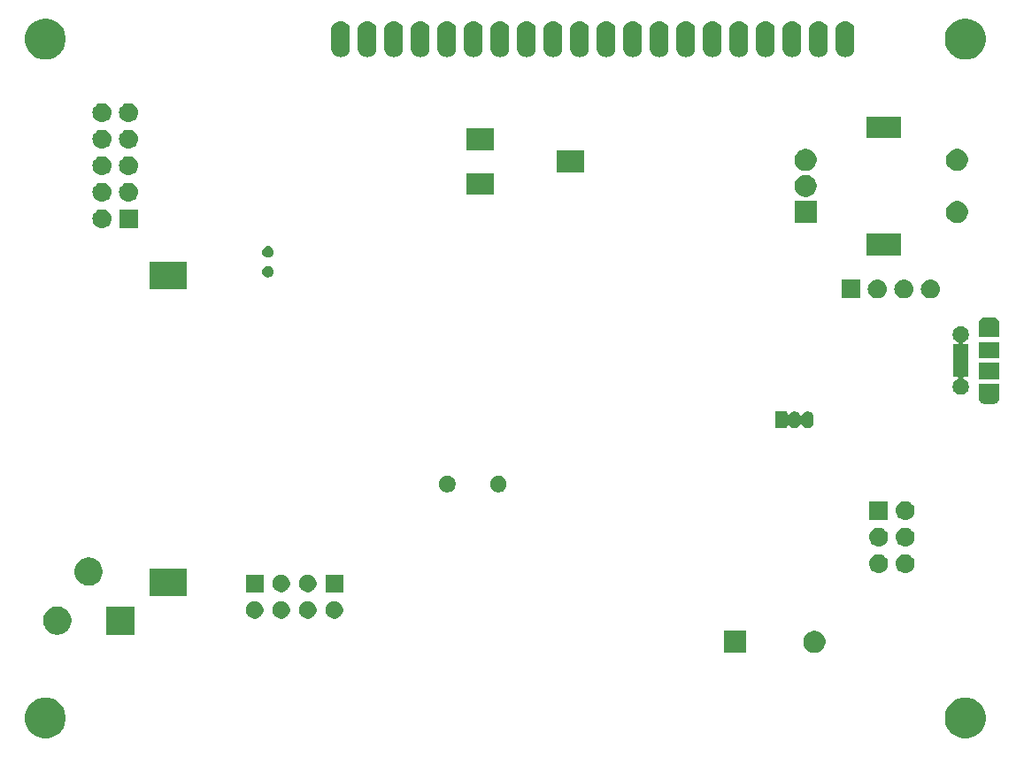
<source format=gbr>
G04 #@! TF.GenerationSoftware,KiCad,Pcbnew,(5.0.1)-3*
G04 #@! TF.CreationDate,2018-11-20T19:11:30+01:00*
G04 #@! TF.ProjectId,WeatherClock,57656174686572436C6F636B2E6B6963,rev?*
G04 #@! TF.SameCoordinates,Original*
G04 #@! TF.FileFunction,Soldermask,Top*
G04 #@! TF.FilePolarity,Negative*
%FSLAX46Y46*%
G04 Gerber Fmt 4.6, Leading zero omitted, Abs format (unit mm)*
G04 Created by KiCad (PCBNEW (5.0.1)-3) date 20.11.2018 19:11:30*
%MOMM*%
%LPD*%
G01*
G04 APERTURE LIST*
%ADD10C,0.100000*%
G04 APERTURE END LIST*
D10*
G36*
X188444579Y-130364112D02*
X188570544Y-130389168D01*
X188717991Y-130450243D01*
X188926512Y-130536615D01*
X189246880Y-130750678D01*
X189519322Y-131023120D01*
X189733385Y-131343488D01*
X189880832Y-131699457D01*
X189956000Y-132077349D01*
X189956000Y-132462651D01*
X189880832Y-132840543D01*
X189733385Y-133196512D01*
X189519322Y-133516880D01*
X189246880Y-133789322D01*
X188926512Y-134003385D01*
X188717991Y-134089757D01*
X188570544Y-134150832D01*
X188444579Y-134175888D01*
X188192651Y-134226000D01*
X187807349Y-134226000D01*
X187555421Y-134175888D01*
X187429456Y-134150832D01*
X187282009Y-134089757D01*
X187073488Y-134003385D01*
X186753120Y-133789322D01*
X186480678Y-133516880D01*
X186266615Y-133196512D01*
X186119168Y-132840543D01*
X186044000Y-132462651D01*
X186044000Y-132077349D01*
X186119168Y-131699457D01*
X186266615Y-131343488D01*
X186480678Y-131023120D01*
X186753120Y-130750678D01*
X187073488Y-130536615D01*
X187282009Y-130450243D01*
X187429456Y-130389168D01*
X187555421Y-130364112D01*
X187807349Y-130314000D01*
X188192651Y-130314000D01*
X188444579Y-130364112D01*
X188444579Y-130364112D01*
G37*
G36*
X100444579Y-130364112D02*
X100570544Y-130389168D01*
X100717991Y-130450243D01*
X100926512Y-130536615D01*
X101246880Y-130750678D01*
X101519322Y-131023120D01*
X101733385Y-131343488D01*
X101880832Y-131699457D01*
X101956000Y-132077349D01*
X101956000Y-132462651D01*
X101880832Y-132840543D01*
X101733385Y-133196512D01*
X101519322Y-133516880D01*
X101246880Y-133789322D01*
X100926512Y-134003385D01*
X100717991Y-134089757D01*
X100570544Y-134150832D01*
X100444579Y-134175888D01*
X100192651Y-134226000D01*
X99807349Y-134226000D01*
X99555421Y-134175888D01*
X99429456Y-134150832D01*
X99282009Y-134089757D01*
X99073488Y-134003385D01*
X98753120Y-133789322D01*
X98480678Y-133516880D01*
X98266615Y-133196512D01*
X98119168Y-132840543D01*
X98044000Y-132462651D01*
X98044000Y-132077349D01*
X98119168Y-131699457D01*
X98266615Y-131343488D01*
X98480678Y-131023120D01*
X98753120Y-130750678D01*
X99073488Y-130536615D01*
X99282009Y-130450243D01*
X99429456Y-130389168D01*
X99555421Y-130364112D01*
X99807349Y-130314000D01*
X100192651Y-130314000D01*
X100444579Y-130364112D01*
X100444579Y-130364112D01*
G37*
G36*
X167015000Y-126019000D02*
X164913000Y-126019000D01*
X164913000Y-123917000D01*
X167015000Y-123917000D01*
X167015000Y-126019000D01*
X167015000Y-126019000D01*
G37*
G36*
X173870565Y-123957389D02*
X174061834Y-124036615D01*
X174233976Y-124151637D01*
X174380363Y-124298024D01*
X174495385Y-124470166D01*
X174574611Y-124661435D01*
X174615000Y-124864484D01*
X174615000Y-125071516D01*
X174574611Y-125274565D01*
X174495385Y-125465834D01*
X174380363Y-125637976D01*
X174233976Y-125784363D01*
X174061834Y-125899385D01*
X173870565Y-125978611D01*
X173667516Y-126019000D01*
X173460484Y-126019000D01*
X173257435Y-125978611D01*
X173066166Y-125899385D01*
X172894024Y-125784363D01*
X172747637Y-125637976D01*
X172632615Y-125465834D01*
X172553389Y-125274565D01*
X172513000Y-125071516D01*
X172513000Y-124864484D01*
X172553389Y-124661435D01*
X172632615Y-124470166D01*
X172747637Y-124298024D01*
X172894024Y-124151637D01*
X173066166Y-124036615D01*
X173257435Y-123957389D01*
X173460484Y-123917000D01*
X173667516Y-123917000D01*
X173870565Y-123957389D01*
X173870565Y-123957389D01*
G37*
G36*
X108491000Y-124288000D02*
X105789000Y-124288000D01*
X105789000Y-121586000D01*
X108491000Y-121586000D01*
X108491000Y-124288000D01*
X108491000Y-124288000D01*
G37*
G36*
X101403567Y-121611959D02*
X101534072Y-121637918D01*
X101779939Y-121739759D01*
X101926090Y-121837415D01*
X102001215Y-121887612D01*
X102189388Y-122075785D01*
X102189390Y-122075788D01*
X102337241Y-122297061D01*
X102439082Y-122542928D01*
X102491000Y-122803938D01*
X102491000Y-123070062D01*
X102439082Y-123331072D01*
X102337241Y-123576939D01*
X102189890Y-123797464D01*
X102189388Y-123798215D01*
X102001215Y-123986388D01*
X102001212Y-123986390D01*
X101779939Y-124134241D01*
X101534072Y-124236082D01*
X101403567Y-124262041D01*
X101273063Y-124288000D01*
X101006937Y-124288000D01*
X100876433Y-124262041D01*
X100745928Y-124236082D01*
X100500061Y-124134241D01*
X100278788Y-123986390D01*
X100278785Y-123986388D01*
X100090612Y-123798215D01*
X100090110Y-123797464D01*
X99942759Y-123576939D01*
X99840918Y-123331072D01*
X99789000Y-123070062D01*
X99789000Y-122803938D01*
X99840918Y-122542928D01*
X99942759Y-122297061D01*
X100090610Y-122075788D01*
X100090612Y-122075785D01*
X100278785Y-121887612D01*
X100353910Y-121837415D01*
X100500061Y-121739759D01*
X100745928Y-121637918D01*
X100876433Y-121611959D01*
X101006937Y-121586000D01*
X101273063Y-121586000D01*
X101403567Y-121611959D01*
X101403567Y-121611959D01*
G37*
G36*
X127879581Y-121113723D02*
X128032179Y-121176931D01*
X128169513Y-121268695D01*
X128286305Y-121385487D01*
X128378069Y-121522821D01*
X128441277Y-121675419D01*
X128473500Y-121837414D01*
X128473500Y-122002586D01*
X128441277Y-122164581D01*
X128378069Y-122317179D01*
X128286305Y-122454513D01*
X128169513Y-122571305D01*
X128032179Y-122663069D01*
X127879581Y-122726277D01*
X127717586Y-122758500D01*
X127552414Y-122758500D01*
X127390419Y-122726277D01*
X127237821Y-122663069D01*
X127100487Y-122571305D01*
X126983695Y-122454513D01*
X126891931Y-122317179D01*
X126828723Y-122164581D01*
X126796500Y-122002586D01*
X126796500Y-121837414D01*
X126828723Y-121675419D01*
X126891931Y-121522821D01*
X126983695Y-121385487D01*
X127100487Y-121268695D01*
X127237821Y-121176931D01*
X127390419Y-121113723D01*
X127552414Y-121081500D01*
X127717586Y-121081500D01*
X127879581Y-121113723D01*
X127879581Y-121113723D01*
G37*
G36*
X120259581Y-121113723D02*
X120412179Y-121176931D01*
X120549513Y-121268695D01*
X120666305Y-121385487D01*
X120758069Y-121522821D01*
X120821277Y-121675419D01*
X120853500Y-121837414D01*
X120853500Y-122002586D01*
X120821277Y-122164581D01*
X120758069Y-122317179D01*
X120666305Y-122454513D01*
X120549513Y-122571305D01*
X120412179Y-122663069D01*
X120259581Y-122726277D01*
X120097586Y-122758500D01*
X119932414Y-122758500D01*
X119770419Y-122726277D01*
X119617821Y-122663069D01*
X119480487Y-122571305D01*
X119363695Y-122454513D01*
X119271931Y-122317179D01*
X119208723Y-122164581D01*
X119176500Y-122002586D01*
X119176500Y-121837414D01*
X119208723Y-121675419D01*
X119271931Y-121522821D01*
X119363695Y-121385487D01*
X119480487Y-121268695D01*
X119617821Y-121176931D01*
X119770419Y-121113723D01*
X119932414Y-121081500D01*
X120097586Y-121081500D01*
X120259581Y-121113723D01*
X120259581Y-121113723D01*
G37*
G36*
X122799581Y-121113723D02*
X122952179Y-121176931D01*
X123089513Y-121268695D01*
X123206305Y-121385487D01*
X123298069Y-121522821D01*
X123361277Y-121675419D01*
X123393500Y-121837414D01*
X123393500Y-122002586D01*
X123361277Y-122164581D01*
X123298069Y-122317179D01*
X123206305Y-122454513D01*
X123089513Y-122571305D01*
X122952179Y-122663069D01*
X122799581Y-122726277D01*
X122637586Y-122758500D01*
X122472414Y-122758500D01*
X122310419Y-122726277D01*
X122157821Y-122663069D01*
X122020487Y-122571305D01*
X121903695Y-122454513D01*
X121811931Y-122317179D01*
X121748723Y-122164581D01*
X121716500Y-122002586D01*
X121716500Y-121837414D01*
X121748723Y-121675419D01*
X121811931Y-121522821D01*
X121903695Y-121385487D01*
X122020487Y-121268695D01*
X122157821Y-121176931D01*
X122310419Y-121113723D01*
X122472414Y-121081500D01*
X122637586Y-121081500D01*
X122799581Y-121113723D01*
X122799581Y-121113723D01*
G37*
G36*
X125339581Y-121113723D02*
X125492179Y-121176931D01*
X125629513Y-121268695D01*
X125746305Y-121385487D01*
X125838069Y-121522821D01*
X125901277Y-121675419D01*
X125933500Y-121837414D01*
X125933500Y-122002586D01*
X125901277Y-122164581D01*
X125838069Y-122317179D01*
X125746305Y-122454513D01*
X125629513Y-122571305D01*
X125492179Y-122663069D01*
X125339581Y-122726277D01*
X125177586Y-122758500D01*
X125012414Y-122758500D01*
X124850419Y-122726277D01*
X124697821Y-122663069D01*
X124560487Y-122571305D01*
X124443695Y-122454513D01*
X124351931Y-122317179D01*
X124288723Y-122164581D01*
X124256500Y-122002586D01*
X124256500Y-121837414D01*
X124288723Y-121675419D01*
X124351931Y-121522821D01*
X124443695Y-121385487D01*
X124560487Y-121268695D01*
X124697821Y-121176931D01*
X124850419Y-121113723D01*
X125012414Y-121081500D01*
X125177586Y-121081500D01*
X125339581Y-121113723D01*
X125339581Y-121113723D01*
G37*
G36*
X113566000Y-120597000D02*
X109954000Y-120597000D01*
X109954000Y-117955000D01*
X113566000Y-117955000D01*
X113566000Y-120597000D01*
X113566000Y-120597000D01*
G37*
G36*
X122799581Y-118573723D02*
X122952179Y-118636931D01*
X123089513Y-118728695D01*
X123206305Y-118845487D01*
X123298069Y-118982821D01*
X123361277Y-119135419D01*
X123393500Y-119297414D01*
X123393500Y-119462586D01*
X123361277Y-119624581D01*
X123298069Y-119777179D01*
X123206305Y-119914513D01*
X123089513Y-120031305D01*
X122952179Y-120123069D01*
X122799581Y-120186277D01*
X122637586Y-120218500D01*
X122472414Y-120218500D01*
X122310419Y-120186277D01*
X122157821Y-120123069D01*
X122020487Y-120031305D01*
X121903695Y-119914513D01*
X121811931Y-119777179D01*
X121748723Y-119624581D01*
X121716500Y-119462586D01*
X121716500Y-119297414D01*
X121748723Y-119135419D01*
X121811931Y-118982821D01*
X121903695Y-118845487D01*
X122020487Y-118728695D01*
X122157821Y-118636931D01*
X122310419Y-118573723D01*
X122472414Y-118541500D01*
X122637586Y-118541500D01*
X122799581Y-118573723D01*
X122799581Y-118573723D01*
G37*
G36*
X120853500Y-120218500D02*
X119176500Y-120218500D01*
X119176500Y-118541500D01*
X120853500Y-118541500D01*
X120853500Y-120218500D01*
X120853500Y-120218500D01*
G37*
G36*
X125339581Y-118573723D02*
X125492179Y-118636931D01*
X125629513Y-118728695D01*
X125746305Y-118845487D01*
X125838069Y-118982821D01*
X125901277Y-119135419D01*
X125933500Y-119297414D01*
X125933500Y-119462586D01*
X125901277Y-119624581D01*
X125838069Y-119777179D01*
X125746305Y-119914513D01*
X125629513Y-120031305D01*
X125492179Y-120123069D01*
X125339581Y-120186277D01*
X125177586Y-120218500D01*
X125012414Y-120218500D01*
X124850419Y-120186277D01*
X124697821Y-120123069D01*
X124560487Y-120031305D01*
X124443695Y-119914513D01*
X124351931Y-119777179D01*
X124288723Y-119624581D01*
X124256500Y-119462586D01*
X124256500Y-119297414D01*
X124288723Y-119135419D01*
X124351931Y-118982821D01*
X124443695Y-118845487D01*
X124560487Y-118728695D01*
X124697821Y-118636931D01*
X124850419Y-118573723D01*
X125012414Y-118541500D01*
X125177586Y-118541500D01*
X125339581Y-118573723D01*
X125339581Y-118573723D01*
G37*
G36*
X128473500Y-120218500D02*
X126796500Y-120218500D01*
X126796500Y-118541500D01*
X128473500Y-118541500D01*
X128473500Y-120218500D01*
X128473500Y-120218500D01*
G37*
G36*
X104403567Y-116911959D02*
X104534072Y-116937918D01*
X104779939Y-117039759D01*
X105000464Y-117187110D01*
X105001215Y-117187612D01*
X105189388Y-117375785D01*
X105189390Y-117375788D01*
X105337241Y-117597061D01*
X105439082Y-117842928D01*
X105491000Y-118103938D01*
X105491000Y-118370062D01*
X105439082Y-118631072D01*
X105337241Y-118876939D01*
X105266492Y-118982821D01*
X105189388Y-119098215D01*
X105001215Y-119286388D01*
X105001212Y-119286390D01*
X104779939Y-119434241D01*
X104534072Y-119536082D01*
X104403567Y-119562041D01*
X104273063Y-119588000D01*
X104006937Y-119588000D01*
X103876433Y-119562041D01*
X103745928Y-119536082D01*
X103500061Y-119434241D01*
X103278788Y-119286390D01*
X103278785Y-119286388D01*
X103090612Y-119098215D01*
X103013508Y-118982821D01*
X102942759Y-118876939D01*
X102840918Y-118631072D01*
X102789000Y-118370062D01*
X102789000Y-118103938D01*
X102840918Y-117842928D01*
X102942759Y-117597061D01*
X103090610Y-117375788D01*
X103090612Y-117375785D01*
X103278785Y-117187612D01*
X103279536Y-117187110D01*
X103500061Y-117039759D01*
X103745928Y-116937918D01*
X103876433Y-116911959D01*
X104006937Y-116886000D01*
X104273063Y-116886000D01*
X104403567Y-116911959D01*
X104403567Y-116911959D01*
G37*
G36*
X182355443Y-116580519D02*
X182421627Y-116587037D01*
X182534853Y-116621384D01*
X182591467Y-116638557D01*
X182730087Y-116712652D01*
X182747991Y-116722222D01*
X182783729Y-116751552D01*
X182885186Y-116834814D01*
X182968448Y-116936271D01*
X182997778Y-116972009D01*
X182997779Y-116972011D01*
X183081443Y-117128533D01*
X183081443Y-117128534D01*
X183132963Y-117298373D01*
X183150359Y-117475000D01*
X183132963Y-117651627D01*
X183098616Y-117764853D01*
X183081443Y-117821467D01*
X183069971Y-117842929D01*
X182997778Y-117977991D01*
X182968448Y-118013729D01*
X182885186Y-118115186D01*
X182783729Y-118198448D01*
X182747991Y-118227778D01*
X182747989Y-118227779D01*
X182591467Y-118311443D01*
X182534853Y-118328616D01*
X182421627Y-118362963D01*
X182355442Y-118369482D01*
X182289260Y-118376000D01*
X182200740Y-118376000D01*
X182134558Y-118369482D01*
X182068373Y-118362963D01*
X181955147Y-118328616D01*
X181898533Y-118311443D01*
X181742011Y-118227779D01*
X181742009Y-118227778D01*
X181706271Y-118198448D01*
X181604814Y-118115186D01*
X181521552Y-118013729D01*
X181492222Y-117977991D01*
X181420029Y-117842929D01*
X181408557Y-117821467D01*
X181391384Y-117764853D01*
X181357037Y-117651627D01*
X181339641Y-117475000D01*
X181357037Y-117298373D01*
X181408557Y-117128534D01*
X181408557Y-117128533D01*
X181492221Y-116972011D01*
X181492222Y-116972009D01*
X181521552Y-116936271D01*
X181604814Y-116834814D01*
X181706271Y-116751552D01*
X181742009Y-116722222D01*
X181759913Y-116712652D01*
X181898533Y-116638557D01*
X181955147Y-116621384D01*
X182068373Y-116587037D01*
X182134557Y-116580519D01*
X182200740Y-116574000D01*
X182289260Y-116574000D01*
X182355443Y-116580519D01*
X182355443Y-116580519D01*
G37*
G36*
X179815443Y-116580519D02*
X179881627Y-116587037D01*
X179994853Y-116621384D01*
X180051467Y-116638557D01*
X180190087Y-116712652D01*
X180207991Y-116722222D01*
X180243729Y-116751552D01*
X180345186Y-116834814D01*
X180428448Y-116936271D01*
X180457778Y-116972009D01*
X180457779Y-116972011D01*
X180541443Y-117128533D01*
X180541443Y-117128534D01*
X180592963Y-117298373D01*
X180610359Y-117475000D01*
X180592963Y-117651627D01*
X180558616Y-117764853D01*
X180541443Y-117821467D01*
X180529971Y-117842929D01*
X180457778Y-117977991D01*
X180428448Y-118013729D01*
X180345186Y-118115186D01*
X180243729Y-118198448D01*
X180207991Y-118227778D01*
X180207989Y-118227779D01*
X180051467Y-118311443D01*
X179994853Y-118328616D01*
X179881627Y-118362963D01*
X179815442Y-118369482D01*
X179749260Y-118376000D01*
X179660740Y-118376000D01*
X179594558Y-118369482D01*
X179528373Y-118362963D01*
X179415147Y-118328616D01*
X179358533Y-118311443D01*
X179202011Y-118227779D01*
X179202009Y-118227778D01*
X179166271Y-118198448D01*
X179064814Y-118115186D01*
X178981552Y-118013729D01*
X178952222Y-117977991D01*
X178880029Y-117842929D01*
X178868557Y-117821467D01*
X178851384Y-117764853D01*
X178817037Y-117651627D01*
X178799641Y-117475000D01*
X178817037Y-117298373D01*
X178868557Y-117128534D01*
X178868557Y-117128533D01*
X178952221Y-116972011D01*
X178952222Y-116972009D01*
X178981552Y-116936271D01*
X179064814Y-116834814D01*
X179166271Y-116751552D01*
X179202009Y-116722222D01*
X179219913Y-116712652D01*
X179358533Y-116638557D01*
X179415147Y-116621384D01*
X179528373Y-116587037D01*
X179594557Y-116580519D01*
X179660740Y-116574000D01*
X179749260Y-116574000D01*
X179815443Y-116580519D01*
X179815443Y-116580519D01*
G37*
G36*
X179815442Y-114040518D02*
X179881627Y-114047037D01*
X179994853Y-114081384D01*
X180051467Y-114098557D01*
X180190087Y-114172652D01*
X180207991Y-114182222D01*
X180243729Y-114211552D01*
X180345186Y-114294814D01*
X180428448Y-114396271D01*
X180457778Y-114432009D01*
X180457779Y-114432011D01*
X180541443Y-114588533D01*
X180541443Y-114588534D01*
X180592963Y-114758373D01*
X180610359Y-114935000D01*
X180592963Y-115111627D01*
X180558616Y-115224853D01*
X180541443Y-115281467D01*
X180467348Y-115420087D01*
X180457778Y-115437991D01*
X180428448Y-115473729D01*
X180345186Y-115575186D01*
X180243729Y-115658448D01*
X180207991Y-115687778D01*
X180207989Y-115687779D01*
X180051467Y-115771443D01*
X179994853Y-115788616D01*
X179881627Y-115822963D01*
X179815443Y-115829481D01*
X179749260Y-115836000D01*
X179660740Y-115836000D01*
X179594557Y-115829481D01*
X179528373Y-115822963D01*
X179415147Y-115788616D01*
X179358533Y-115771443D01*
X179202011Y-115687779D01*
X179202009Y-115687778D01*
X179166271Y-115658448D01*
X179064814Y-115575186D01*
X178981552Y-115473729D01*
X178952222Y-115437991D01*
X178942652Y-115420087D01*
X178868557Y-115281467D01*
X178851384Y-115224853D01*
X178817037Y-115111627D01*
X178799641Y-114935000D01*
X178817037Y-114758373D01*
X178868557Y-114588534D01*
X178868557Y-114588533D01*
X178952221Y-114432011D01*
X178952222Y-114432009D01*
X178981552Y-114396271D01*
X179064814Y-114294814D01*
X179166271Y-114211552D01*
X179202009Y-114182222D01*
X179219913Y-114172652D01*
X179358533Y-114098557D01*
X179415147Y-114081384D01*
X179528373Y-114047037D01*
X179594558Y-114040518D01*
X179660740Y-114034000D01*
X179749260Y-114034000D01*
X179815442Y-114040518D01*
X179815442Y-114040518D01*
G37*
G36*
X182355442Y-114040518D02*
X182421627Y-114047037D01*
X182534853Y-114081384D01*
X182591467Y-114098557D01*
X182730087Y-114172652D01*
X182747991Y-114182222D01*
X182783729Y-114211552D01*
X182885186Y-114294814D01*
X182968448Y-114396271D01*
X182997778Y-114432009D01*
X182997779Y-114432011D01*
X183081443Y-114588533D01*
X183081443Y-114588534D01*
X183132963Y-114758373D01*
X183150359Y-114935000D01*
X183132963Y-115111627D01*
X183098616Y-115224853D01*
X183081443Y-115281467D01*
X183007348Y-115420087D01*
X182997778Y-115437991D01*
X182968448Y-115473729D01*
X182885186Y-115575186D01*
X182783729Y-115658448D01*
X182747991Y-115687778D01*
X182747989Y-115687779D01*
X182591467Y-115771443D01*
X182534853Y-115788616D01*
X182421627Y-115822963D01*
X182355443Y-115829481D01*
X182289260Y-115836000D01*
X182200740Y-115836000D01*
X182134557Y-115829481D01*
X182068373Y-115822963D01*
X181955147Y-115788616D01*
X181898533Y-115771443D01*
X181742011Y-115687779D01*
X181742009Y-115687778D01*
X181706271Y-115658448D01*
X181604814Y-115575186D01*
X181521552Y-115473729D01*
X181492222Y-115437991D01*
X181482652Y-115420087D01*
X181408557Y-115281467D01*
X181391384Y-115224853D01*
X181357037Y-115111627D01*
X181339641Y-114935000D01*
X181357037Y-114758373D01*
X181408557Y-114588534D01*
X181408557Y-114588533D01*
X181492221Y-114432011D01*
X181492222Y-114432009D01*
X181521552Y-114396271D01*
X181604814Y-114294814D01*
X181706271Y-114211552D01*
X181742009Y-114182222D01*
X181759913Y-114172652D01*
X181898533Y-114098557D01*
X181955147Y-114081384D01*
X182068373Y-114047037D01*
X182134558Y-114040518D01*
X182200740Y-114034000D01*
X182289260Y-114034000D01*
X182355442Y-114040518D01*
X182355442Y-114040518D01*
G37*
G36*
X182355443Y-111500519D02*
X182421627Y-111507037D01*
X182534853Y-111541384D01*
X182591467Y-111558557D01*
X182730087Y-111632652D01*
X182747991Y-111642222D01*
X182783729Y-111671552D01*
X182885186Y-111754814D01*
X182968448Y-111856271D01*
X182997778Y-111892009D01*
X182997779Y-111892011D01*
X183081443Y-112048533D01*
X183081443Y-112048534D01*
X183132963Y-112218373D01*
X183150359Y-112395000D01*
X183132963Y-112571627D01*
X183098616Y-112684853D01*
X183081443Y-112741467D01*
X183007348Y-112880087D01*
X182997778Y-112897991D01*
X182968448Y-112933729D01*
X182885186Y-113035186D01*
X182783729Y-113118448D01*
X182747991Y-113147778D01*
X182747989Y-113147779D01*
X182591467Y-113231443D01*
X182534853Y-113248616D01*
X182421627Y-113282963D01*
X182355443Y-113289481D01*
X182289260Y-113296000D01*
X182200740Y-113296000D01*
X182134557Y-113289481D01*
X182068373Y-113282963D01*
X181955147Y-113248616D01*
X181898533Y-113231443D01*
X181742011Y-113147779D01*
X181742009Y-113147778D01*
X181706271Y-113118448D01*
X181604814Y-113035186D01*
X181521552Y-112933729D01*
X181492222Y-112897991D01*
X181482652Y-112880087D01*
X181408557Y-112741467D01*
X181391384Y-112684853D01*
X181357037Y-112571627D01*
X181339641Y-112395000D01*
X181357037Y-112218373D01*
X181408557Y-112048534D01*
X181408557Y-112048533D01*
X181492221Y-111892011D01*
X181492222Y-111892009D01*
X181521552Y-111856271D01*
X181604814Y-111754814D01*
X181706271Y-111671552D01*
X181742009Y-111642222D01*
X181759913Y-111632652D01*
X181898533Y-111558557D01*
X181955147Y-111541384D01*
X182068373Y-111507037D01*
X182134557Y-111500519D01*
X182200740Y-111494000D01*
X182289260Y-111494000D01*
X182355443Y-111500519D01*
X182355443Y-111500519D01*
G37*
G36*
X180606000Y-113296000D02*
X178804000Y-113296000D01*
X178804000Y-111494000D01*
X180606000Y-111494000D01*
X180606000Y-113296000D01*
X180606000Y-113296000D01*
G37*
G36*
X143563643Y-109084781D02*
X143709415Y-109145162D01*
X143840611Y-109232824D01*
X143952176Y-109344389D01*
X144039838Y-109475585D01*
X144100219Y-109621357D01*
X144131000Y-109776107D01*
X144131000Y-109933893D01*
X144100219Y-110088643D01*
X144039838Y-110234415D01*
X143952176Y-110365611D01*
X143840611Y-110477176D01*
X143709415Y-110564838D01*
X143563643Y-110625219D01*
X143408893Y-110656000D01*
X143251107Y-110656000D01*
X143096357Y-110625219D01*
X142950585Y-110564838D01*
X142819389Y-110477176D01*
X142707824Y-110365611D01*
X142620162Y-110234415D01*
X142559781Y-110088643D01*
X142529000Y-109933893D01*
X142529000Y-109776107D01*
X142559781Y-109621357D01*
X142620162Y-109475585D01*
X142707824Y-109344389D01*
X142819389Y-109232824D01*
X142950585Y-109145162D01*
X143096357Y-109084781D01*
X143251107Y-109054000D01*
X143408893Y-109054000D01*
X143563643Y-109084781D01*
X143563643Y-109084781D01*
G37*
G36*
X138663643Y-109084781D02*
X138809415Y-109145162D01*
X138940611Y-109232824D01*
X139052176Y-109344389D01*
X139139838Y-109475585D01*
X139200219Y-109621357D01*
X139231000Y-109776107D01*
X139231000Y-109933893D01*
X139200219Y-110088643D01*
X139139838Y-110234415D01*
X139052176Y-110365611D01*
X138940611Y-110477176D01*
X138809415Y-110564838D01*
X138663643Y-110625219D01*
X138508893Y-110656000D01*
X138351107Y-110656000D01*
X138196357Y-110625219D01*
X138050585Y-110564838D01*
X137919389Y-110477176D01*
X137807824Y-110365611D01*
X137720162Y-110234415D01*
X137659781Y-110088643D01*
X137629000Y-109933893D01*
X137629000Y-109776107D01*
X137659781Y-109621357D01*
X137720162Y-109475585D01*
X137807824Y-109344389D01*
X137919389Y-109232824D01*
X138050585Y-109145162D01*
X138196357Y-109084781D01*
X138351107Y-109054000D01*
X138508893Y-109054000D01*
X138663643Y-109084781D01*
X138663643Y-109084781D01*
G37*
G36*
X173047916Y-102927335D02*
X173156492Y-102960272D01*
X173256557Y-103013757D01*
X173344265Y-103085737D01*
X173416245Y-103173444D01*
X173469730Y-103273509D01*
X173502667Y-103382085D01*
X173511001Y-103466703D01*
X173511001Y-103973298D01*
X173502667Y-104057917D01*
X173469730Y-104166493D01*
X173416245Y-104266558D01*
X173344265Y-104354265D01*
X173256558Y-104426245D01*
X173156493Y-104479730D01*
X173047917Y-104512667D01*
X172935001Y-104523788D01*
X172822086Y-104512667D01*
X172713510Y-104479730D01*
X172613445Y-104426245D01*
X172525738Y-104354265D01*
X172453758Y-104266558D01*
X172410241Y-104185144D01*
X172396628Y-104164769D01*
X172379300Y-104147442D01*
X172358926Y-104133828D01*
X172336287Y-104124451D01*
X172312254Y-104119670D01*
X172287749Y-104119670D01*
X172263716Y-104124450D01*
X172241077Y-104133828D01*
X172220702Y-104147441D01*
X172203375Y-104164769D01*
X172189761Y-104185144D01*
X172146245Y-104266558D01*
X172074265Y-104354265D01*
X171986558Y-104426245D01*
X171886493Y-104479730D01*
X171777917Y-104512667D01*
X171665001Y-104523788D01*
X171552086Y-104512667D01*
X171443510Y-104479730D01*
X171343445Y-104426245D01*
X171255738Y-104354265D01*
X171192627Y-104277365D01*
X171175300Y-104260037D01*
X171154925Y-104246424D01*
X171132286Y-104237046D01*
X171108253Y-104232266D01*
X171083749Y-104232266D01*
X171059715Y-104237047D01*
X171037076Y-104246424D01*
X171016702Y-104260038D01*
X170999374Y-104277365D01*
X170985761Y-104297740D01*
X170976383Y-104320379D01*
X170971001Y-104356664D01*
X170971001Y-104521001D01*
X169819001Y-104521001D01*
X169819001Y-102919001D01*
X170971001Y-102919001D01*
X170971001Y-103083338D01*
X170973403Y-103107724D01*
X170980516Y-103131173D01*
X170992067Y-103152784D01*
X171007613Y-103171726D01*
X171026555Y-103187272D01*
X171048166Y-103198823D01*
X171071615Y-103205936D01*
X171096001Y-103208338D01*
X171120387Y-103205936D01*
X171143836Y-103198823D01*
X171165447Y-103187272D01*
X171192627Y-103162637D01*
X171255735Y-103085740D01*
X171255737Y-103085737D01*
X171343444Y-103013757D01*
X171443509Y-102960272D01*
X171552085Y-102927335D01*
X171665001Y-102916214D01*
X171777916Y-102927335D01*
X171886492Y-102960272D01*
X171986557Y-103013757D01*
X172074265Y-103085737D01*
X172146245Y-103173444D01*
X172189768Y-103254870D01*
X172203374Y-103275233D01*
X172220701Y-103292561D01*
X172241076Y-103306175D01*
X172263714Y-103315552D01*
X172287748Y-103320333D01*
X172312252Y-103320333D01*
X172336286Y-103315553D01*
X172358925Y-103306176D01*
X172379299Y-103292562D01*
X172396627Y-103275235D01*
X172410241Y-103254859D01*
X172453757Y-103173445D01*
X172525735Y-103085740D01*
X172525737Y-103085737D01*
X172613444Y-103013757D01*
X172713509Y-102960272D01*
X172822085Y-102927335D01*
X172935001Y-102916214D01*
X173047916Y-102927335D01*
X173047916Y-102927335D01*
G37*
G36*
X191270379Y-101516349D02*
X191270981Y-101528601D01*
X191273528Y-101554463D01*
X191270981Y-101580325D01*
X191270379Y-101592577D01*
X191270379Y-101665870D01*
X191261422Y-101682628D01*
X191257289Y-101694178D01*
X191223734Y-101804796D01*
X191170198Y-101904954D01*
X191163284Y-101917889D01*
X191081932Y-102017016D01*
X190982805Y-102098368D01*
X190982803Y-102098369D01*
X190869712Y-102158818D01*
X190828806Y-102171226D01*
X190746997Y-102196043D01*
X190683234Y-102202323D01*
X190651353Y-102205463D01*
X189887405Y-102205463D01*
X189855524Y-102202323D01*
X189791761Y-102196043D01*
X189709952Y-102171226D01*
X189669046Y-102158818D01*
X189555955Y-102098369D01*
X189555953Y-102098368D01*
X189456826Y-102017016D01*
X189375474Y-101917889D01*
X189368560Y-101904954D01*
X189315024Y-101804796D01*
X189281469Y-101694178D01*
X189272091Y-101671539D01*
X189268379Y-101665983D01*
X189268379Y-101592577D01*
X189267777Y-101580325D01*
X189265230Y-101554463D01*
X189267777Y-101528601D01*
X189268379Y-101516349D01*
X189268379Y-100303463D01*
X191270379Y-100303463D01*
X191270379Y-101516349D01*
X191270379Y-101516349D01*
G37*
G36*
X187795728Y-94808283D02*
X187795731Y-94808284D01*
X187795730Y-94808284D01*
X187936953Y-94866780D01*
X188062335Y-94950558D01*
X188064053Y-94951706D01*
X188172136Y-95059789D01*
X188172138Y-95059792D01*
X188257062Y-95186889D01*
X188302306Y-95296120D01*
X188315559Y-95328114D01*
X188345379Y-95478032D01*
X188345379Y-95630894D01*
X188315559Y-95780812D01*
X188315558Y-95780814D01*
X188257062Y-95922037D01*
X188257061Y-95922038D01*
X188172136Y-96049137D01*
X188064053Y-96157220D01*
X188064050Y-96157222D01*
X187936953Y-96242146D01*
X187886657Y-96262979D01*
X187865048Y-96274530D01*
X187846106Y-96290075D01*
X187830561Y-96309017D01*
X187819010Y-96330628D01*
X187811897Y-96354077D01*
X187809495Y-96378463D01*
X187811897Y-96402850D01*
X187819010Y-96426299D01*
X187830562Y-96447910D01*
X187846107Y-96466852D01*
X187865049Y-96482397D01*
X187886660Y-96493948D01*
X187910109Y-96501061D01*
X187934495Y-96503463D01*
X188295379Y-96503463D01*
X188295379Y-99605463D01*
X187934495Y-99605463D01*
X187910109Y-99607865D01*
X187886660Y-99614978D01*
X187865049Y-99626529D01*
X187846107Y-99642075D01*
X187830561Y-99661017D01*
X187819010Y-99682628D01*
X187811897Y-99706077D01*
X187809495Y-99730463D01*
X187811897Y-99754849D01*
X187819010Y-99778298D01*
X187830561Y-99799909D01*
X187846107Y-99818851D01*
X187865049Y-99834397D01*
X187886657Y-99845947D01*
X187936953Y-99866780D01*
X187936954Y-99866781D01*
X188064053Y-99951706D01*
X188172136Y-100059789D01*
X188172138Y-100059792D01*
X188257062Y-100186889D01*
X188302306Y-100296120D01*
X188315559Y-100328114D01*
X188345379Y-100478032D01*
X188345379Y-100630894D01*
X188315559Y-100780812D01*
X188315558Y-100780814D01*
X188257062Y-100922037D01*
X188257061Y-100922038D01*
X188172136Y-101049137D01*
X188064053Y-101157220D01*
X188064050Y-101157222D01*
X187936953Y-101242146D01*
X187827722Y-101287390D01*
X187795728Y-101300643D01*
X187645810Y-101330463D01*
X187492948Y-101330463D01*
X187343030Y-101300643D01*
X187311036Y-101287390D01*
X187201805Y-101242146D01*
X187074708Y-101157222D01*
X187074705Y-101157220D01*
X186966622Y-101049137D01*
X186881697Y-100922038D01*
X186881696Y-100922037D01*
X186823200Y-100780814D01*
X186823199Y-100780812D01*
X186793379Y-100630894D01*
X186793379Y-100478032D01*
X186823199Y-100328114D01*
X186836452Y-100296120D01*
X186881696Y-100186889D01*
X186966620Y-100059792D01*
X186966622Y-100059789D01*
X187074705Y-99951706D01*
X187201804Y-99866781D01*
X187201805Y-99866780D01*
X187252101Y-99845947D01*
X187273710Y-99834396D01*
X187292652Y-99818851D01*
X187308197Y-99799909D01*
X187319748Y-99778298D01*
X187326861Y-99754849D01*
X187329263Y-99730463D01*
X187326861Y-99706076D01*
X187319748Y-99682627D01*
X187308196Y-99661016D01*
X187292651Y-99642074D01*
X187273709Y-99626529D01*
X187252098Y-99614978D01*
X187228649Y-99607865D01*
X187204263Y-99605463D01*
X186843379Y-99605463D01*
X186843379Y-96503463D01*
X187204263Y-96503463D01*
X187228649Y-96501061D01*
X187252098Y-96493948D01*
X187273709Y-96482397D01*
X187292651Y-96466851D01*
X187308197Y-96447909D01*
X187319748Y-96426298D01*
X187326861Y-96402849D01*
X187329263Y-96378463D01*
X187326861Y-96354077D01*
X187319748Y-96330628D01*
X187308197Y-96309017D01*
X187292651Y-96290075D01*
X187273709Y-96274529D01*
X187252101Y-96262979D01*
X187201805Y-96242146D01*
X187074708Y-96157222D01*
X187074705Y-96157220D01*
X186966622Y-96049137D01*
X186881697Y-95922038D01*
X186881696Y-95922037D01*
X186823200Y-95780814D01*
X186823199Y-95780812D01*
X186793379Y-95630894D01*
X186793379Y-95478032D01*
X186823199Y-95328114D01*
X186836452Y-95296120D01*
X186881696Y-95186889D01*
X186966620Y-95059792D01*
X186966622Y-95059789D01*
X187074705Y-94951706D01*
X187076423Y-94950558D01*
X187201805Y-94866780D01*
X187343028Y-94808284D01*
X187343027Y-94808284D01*
X187343030Y-94808283D01*
X187492948Y-94778463D01*
X187645810Y-94778463D01*
X187795728Y-94808283D01*
X187795728Y-94808283D01*
G37*
G36*
X191270379Y-99855463D02*
X189268379Y-99855463D01*
X189268379Y-98253463D01*
X191270379Y-98253463D01*
X191270379Y-99855463D01*
X191270379Y-99855463D01*
G37*
G36*
X191270379Y-97855463D02*
X189268379Y-97855463D01*
X189268379Y-96253463D01*
X191270379Y-96253463D01*
X191270379Y-97855463D01*
X191270379Y-97855463D01*
G37*
G36*
X190683234Y-93906603D02*
X190746997Y-93912883D01*
X190828806Y-93937700D01*
X190869712Y-93950108D01*
X190969870Y-94003644D01*
X190982805Y-94010558D01*
X191081932Y-94091910D01*
X191163284Y-94191037D01*
X191163285Y-94191039D01*
X191223734Y-94304130D01*
X191257289Y-94414748D01*
X191266667Y-94437387D01*
X191270379Y-94442943D01*
X191270379Y-94516349D01*
X191270981Y-94528601D01*
X191273528Y-94554463D01*
X191270981Y-94580325D01*
X191270379Y-94592577D01*
X191270379Y-95805463D01*
X189268379Y-95805463D01*
X189268379Y-94592577D01*
X189267777Y-94580325D01*
X189265230Y-94554463D01*
X189267777Y-94528601D01*
X189268379Y-94516349D01*
X189268379Y-94443056D01*
X189277336Y-94426298D01*
X189281469Y-94414748D01*
X189315024Y-94304130D01*
X189375473Y-94191039D01*
X189375474Y-94191037D01*
X189456826Y-94091910D01*
X189555953Y-94010558D01*
X189568888Y-94003644D01*
X189669046Y-93950108D01*
X189709952Y-93937700D01*
X189791761Y-93912883D01*
X189855524Y-93906603D01*
X189887405Y-93903463D01*
X190651353Y-93903463D01*
X190683234Y-93906603D01*
X190683234Y-93906603D01*
G37*
G36*
X177939000Y-92087000D02*
X176137000Y-92087000D01*
X176137000Y-90285000D01*
X177939000Y-90285000D01*
X177939000Y-92087000D01*
X177939000Y-92087000D01*
G37*
G36*
X179688443Y-90291519D02*
X179754627Y-90298037D01*
X179867853Y-90332384D01*
X179924467Y-90349557D01*
X180063087Y-90423652D01*
X180080991Y-90433222D01*
X180116729Y-90462552D01*
X180218186Y-90545814D01*
X180301448Y-90647271D01*
X180330778Y-90683009D01*
X180330779Y-90683011D01*
X180414443Y-90839533D01*
X180414443Y-90839534D01*
X180465963Y-91009373D01*
X180483359Y-91186000D01*
X180465963Y-91362627D01*
X180431616Y-91475853D01*
X180414443Y-91532467D01*
X180340348Y-91671087D01*
X180330778Y-91688991D01*
X180301448Y-91724729D01*
X180218186Y-91826186D01*
X180116729Y-91909448D01*
X180080991Y-91938778D01*
X180080989Y-91938779D01*
X179924467Y-92022443D01*
X179867853Y-92039616D01*
X179754627Y-92073963D01*
X179688443Y-92080481D01*
X179622260Y-92087000D01*
X179533740Y-92087000D01*
X179467557Y-92080481D01*
X179401373Y-92073963D01*
X179288147Y-92039616D01*
X179231533Y-92022443D01*
X179075011Y-91938779D01*
X179075009Y-91938778D01*
X179039271Y-91909448D01*
X178937814Y-91826186D01*
X178854552Y-91724729D01*
X178825222Y-91688991D01*
X178815652Y-91671087D01*
X178741557Y-91532467D01*
X178724384Y-91475853D01*
X178690037Y-91362627D01*
X178672641Y-91186000D01*
X178690037Y-91009373D01*
X178741557Y-90839534D01*
X178741557Y-90839533D01*
X178825221Y-90683011D01*
X178825222Y-90683009D01*
X178854552Y-90647271D01*
X178937814Y-90545814D01*
X179039271Y-90462552D01*
X179075009Y-90433222D01*
X179092913Y-90423652D01*
X179231533Y-90349557D01*
X179288147Y-90332384D01*
X179401373Y-90298037D01*
X179467558Y-90291518D01*
X179533740Y-90285000D01*
X179622260Y-90285000D01*
X179688443Y-90291519D01*
X179688443Y-90291519D01*
G37*
G36*
X184768443Y-90291519D02*
X184834627Y-90298037D01*
X184947853Y-90332384D01*
X185004467Y-90349557D01*
X185143087Y-90423652D01*
X185160991Y-90433222D01*
X185196729Y-90462552D01*
X185298186Y-90545814D01*
X185381448Y-90647271D01*
X185410778Y-90683009D01*
X185410779Y-90683011D01*
X185494443Y-90839533D01*
X185494443Y-90839534D01*
X185545963Y-91009373D01*
X185563359Y-91186000D01*
X185545963Y-91362627D01*
X185511616Y-91475853D01*
X185494443Y-91532467D01*
X185420348Y-91671087D01*
X185410778Y-91688991D01*
X185381448Y-91724729D01*
X185298186Y-91826186D01*
X185196729Y-91909448D01*
X185160991Y-91938778D01*
X185160989Y-91938779D01*
X185004467Y-92022443D01*
X184947853Y-92039616D01*
X184834627Y-92073963D01*
X184768443Y-92080481D01*
X184702260Y-92087000D01*
X184613740Y-92087000D01*
X184547557Y-92080481D01*
X184481373Y-92073963D01*
X184368147Y-92039616D01*
X184311533Y-92022443D01*
X184155011Y-91938779D01*
X184155009Y-91938778D01*
X184119271Y-91909448D01*
X184017814Y-91826186D01*
X183934552Y-91724729D01*
X183905222Y-91688991D01*
X183895652Y-91671087D01*
X183821557Y-91532467D01*
X183804384Y-91475853D01*
X183770037Y-91362627D01*
X183752641Y-91186000D01*
X183770037Y-91009373D01*
X183821557Y-90839534D01*
X183821557Y-90839533D01*
X183905221Y-90683011D01*
X183905222Y-90683009D01*
X183934552Y-90647271D01*
X184017814Y-90545814D01*
X184119271Y-90462552D01*
X184155009Y-90433222D01*
X184172913Y-90423652D01*
X184311533Y-90349557D01*
X184368147Y-90332384D01*
X184481373Y-90298037D01*
X184547558Y-90291518D01*
X184613740Y-90285000D01*
X184702260Y-90285000D01*
X184768443Y-90291519D01*
X184768443Y-90291519D01*
G37*
G36*
X182228443Y-90291519D02*
X182294627Y-90298037D01*
X182407853Y-90332384D01*
X182464467Y-90349557D01*
X182603087Y-90423652D01*
X182620991Y-90433222D01*
X182656729Y-90462552D01*
X182758186Y-90545814D01*
X182841448Y-90647271D01*
X182870778Y-90683009D01*
X182870779Y-90683011D01*
X182954443Y-90839533D01*
X182954443Y-90839534D01*
X183005963Y-91009373D01*
X183023359Y-91186000D01*
X183005963Y-91362627D01*
X182971616Y-91475853D01*
X182954443Y-91532467D01*
X182880348Y-91671087D01*
X182870778Y-91688991D01*
X182841448Y-91724729D01*
X182758186Y-91826186D01*
X182656729Y-91909448D01*
X182620991Y-91938778D01*
X182620989Y-91938779D01*
X182464467Y-92022443D01*
X182407853Y-92039616D01*
X182294627Y-92073963D01*
X182228443Y-92080481D01*
X182162260Y-92087000D01*
X182073740Y-92087000D01*
X182007557Y-92080481D01*
X181941373Y-92073963D01*
X181828147Y-92039616D01*
X181771533Y-92022443D01*
X181615011Y-91938779D01*
X181615009Y-91938778D01*
X181579271Y-91909448D01*
X181477814Y-91826186D01*
X181394552Y-91724729D01*
X181365222Y-91688991D01*
X181355652Y-91671087D01*
X181281557Y-91532467D01*
X181264384Y-91475853D01*
X181230037Y-91362627D01*
X181212641Y-91186000D01*
X181230037Y-91009373D01*
X181281557Y-90839534D01*
X181281557Y-90839533D01*
X181365221Y-90683011D01*
X181365222Y-90683009D01*
X181394552Y-90647271D01*
X181477814Y-90545814D01*
X181579271Y-90462552D01*
X181615009Y-90433222D01*
X181632913Y-90423652D01*
X181771533Y-90349557D01*
X181828147Y-90332384D01*
X181941373Y-90298037D01*
X182007558Y-90291518D01*
X182073740Y-90285000D01*
X182162260Y-90285000D01*
X182228443Y-90291519D01*
X182228443Y-90291519D01*
G37*
G36*
X113566000Y-91237000D02*
X109954000Y-91237000D01*
X109954000Y-88595000D01*
X113566000Y-88595000D01*
X113566000Y-91237000D01*
X113566000Y-91237000D01*
G37*
G36*
X121445721Y-89000174D02*
X121545995Y-89041709D01*
X121636245Y-89102012D01*
X121712988Y-89178755D01*
X121773291Y-89269005D01*
X121814826Y-89369279D01*
X121836000Y-89475730D01*
X121836000Y-89584270D01*
X121814826Y-89690721D01*
X121773291Y-89790995D01*
X121712988Y-89881245D01*
X121636245Y-89957988D01*
X121545995Y-90018291D01*
X121445721Y-90059826D01*
X121339270Y-90081000D01*
X121230730Y-90081000D01*
X121124279Y-90059826D01*
X121024005Y-90018291D01*
X120933755Y-89957988D01*
X120857012Y-89881245D01*
X120796709Y-89790995D01*
X120755174Y-89690721D01*
X120734000Y-89584270D01*
X120734000Y-89475730D01*
X120755174Y-89369279D01*
X120796709Y-89269005D01*
X120857012Y-89178755D01*
X120933755Y-89102012D01*
X121024005Y-89041709D01*
X121124279Y-89000174D01*
X121230730Y-88979000D01*
X121339270Y-88979000D01*
X121445721Y-89000174D01*
X121445721Y-89000174D01*
G37*
G36*
X121445721Y-87100174D02*
X121545995Y-87141709D01*
X121636245Y-87202012D01*
X121712988Y-87278755D01*
X121773291Y-87369005D01*
X121814826Y-87469279D01*
X121836000Y-87575730D01*
X121836000Y-87684270D01*
X121814826Y-87790721D01*
X121773291Y-87890995D01*
X121712988Y-87981245D01*
X121636245Y-88057988D01*
X121545995Y-88118291D01*
X121445721Y-88159826D01*
X121339270Y-88181000D01*
X121230730Y-88181000D01*
X121124279Y-88159826D01*
X121024005Y-88118291D01*
X120933755Y-88057988D01*
X120857012Y-87981245D01*
X120796709Y-87890995D01*
X120755174Y-87790721D01*
X120734000Y-87684270D01*
X120734000Y-87575730D01*
X120755174Y-87469279D01*
X120796709Y-87369005D01*
X120857012Y-87278755D01*
X120933755Y-87202012D01*
X121024005Y-87141709D01*
X121124279Y-87100174D01*
X121230730Y-87079000D01*
X121339270Y-87079000D01*
X121445721Y-87100174D01*
X121445721Y-87100174D01*
G37*
G36*
X181871000Y-87971000D02*
X178569000Y-87971000D01*
X178569000Y-85869000D01*
X181871000Y-85869000D01*
X181871000Y-87971000D01*
X181871000Y-87971000D01*
G37*
G36*
X108851000Y-85356000D02*
X107049000Y-85356000D01*
X107049000Y-83554000D01*
X108851000Y-83554000D01*
X108851000Y-85356000D01*
X108851000Y-85356000D01*
G37*
G36*
X105520443Y-83560519D02*
X105586627Y-83567037D01*
X105699853Y-83601384D01*
X105756467Y-83618557D01*
X105895087Y-83692652D01*
X105912991Y-83702222D01*
X105948729Y-83731552D01*
X106050186Y-83814814D01*
X106133448Y-83916271D01*
X106162778Y-83952009D01*
X106162779Y-83952011D01*
X106246443Y-84108533D01*
X106246443Y-84108534D01*
X106297963Y-84278373D01*
X106315359Y-84455000D01*
X106297963Y-84631627D01*
X106263616Y-84744853D01*
X106246443Y-84801467D01*
X106230865Y-84830611D01*
X106162778Y-84957991D01*
X106133448Y-84993729D01*
X106050186Y-85095186D01*
X105948729Y-85178448D01*
X105912991Y-85207778D01*
X105912989Y-85207779D01*
X105756467Y-85291443D01*
X105699853Y-85308616D01*
X105586627Y-85342963D01*
X105520442Y-85349482D01*
X105454260Y-85356000D01*
X105365740Y-85356000D01*
X105299558Y-85349482D01*
X105233373Y-85342963D01*
X105120147Y-85308616D01*
X105063533Y-85291443D01*
X104907011Y-85207779D01*
X104907009Y-85207778D01*
X104871271Y-85178448D01*
X104769814Y-85095186D01*
X104686552Y-84993729D01*
X104657222Y-84957991D01*
X104589135Y-84830611D01*
X104573557Y-84801467D01*
X104556384Y-84744853D01*
X104522037Y-84631627D01*
X104504641Y-84455000D01*
X104522037Y-84278373D01*
X104573557Y-84108534D01*
X104573557Y-84108533D01*
X104657221Y-83952011D01*
X104657222Y-83952009D01*
X104686552Y-83916271D01*
X104769814Y-83814814D01*
X104871271Y-83731552D01*
X104907009Y-83702222D01*
X104924913Y-83692652D01*
X105063533Y-83618557D01*
X105120147Y-83601384D01*
X105233373Y-83567037D01*
X105299557Y-83560519D01*
X105365740Y-83554000D01*
X105454260Y-83554000D01*
X105520443Y-83560519D01*
X105520443Y-83560519D01*
G37*
G36*
X173771000Y-84871000D02*
X171669000Y-84871000D01*
X171669000Y-82769000D01*
X173771000Y-82769000D01*
X173771000Y-84871000D01*
X173771000Y-84871000D01*
G37*
G36*
X187526565Y-82809389D02*
X187717834Y-82888615D01*
X187889976Y-83003637D01*
X188036363Y-83150024D01*
X188151385Y-83322166D01*
X188230611Y-83513435D01*
X188271000Y-83716484D01*
X188271000Y-83923516D01*
X188230611Y-84126565D01*
X188151385Y-84317834D01*
X188036363Y-84489976D01*
X187889976Y-84636363D01*
X187717834Y-84751385D01*
X187526565Y-84830611D01*
X187323516Y-84871000D01*
X187116484Y-84871000D01*
X186913435Y-84830611D01*
X186722166Y-84751385D01*
X186550024Y-84636363D01*
X186403637Y-84489976D01*
X186288615Y-84317834D01*
X186209389Y-84126565D01*
X186169000Y-83923516D01*
X186169000Y-83716484D01*
X186209389Y-83513435D01*
X186288615Y-83322166D01*
X186403637Y-83150024D01*
X186550024Y-83003637D01*
X186722166Y-82888615D01*
X186913435Y-82809389D01*
X187116484Y-82769000D01*
X187323516Y-82769000D01*
X187526565Y-82809389D01*
X187526565Y-82809389D01*
G37*
G36*
X105520442Y-81020518D02*
X105586627Y-81027037D01*
X105699853Y-81061384D01*
X105756467Y-81078557D01*
X105895087Y-81152652D01*
X105912991Y-81162222D01*
X105948729Y-81191552D01*
X106050186Y-81274814D01*
X106133448Y-81376271D01*
X106162778Y-81412009D01*
X106162779Y-81412011D01*
X106246443Y-81568533D01*
X106246443Y-81568534D01*
X106297963Y-81738373D01*
X106315359Y-81915000D01*
X106297963Y-82091627D01*
X106284392Y-82136365D01*
X106246443Y-82261467D01*
X106172348Y-82400087D01*
X106162778Y-82417991D01*
X106133448Y-82453729D01*
X106050186Y-82555186D01*
X105948729Y-82638448D01*
X105912991Y-82667778D01*
X105912989Y-82667779D01*
X105756467Y-82751443D01*
X105699853Y-82768616D01*
X105586627Y-82802963D01*
X105521382Y-82809389D01*
X105454260Y-82816000D01*
X105365740Y-82816000D01*
X105298618Y-82809389D01*
X105233373Y-82802963D01*
X105120147Y-82768616D01*
X105063533Y-82751443D01*
X104907011Y-82667779D01*
X104907009Y-82667778D01*
X104871271Y-82638448D01*
X104769814Y-82555186D01*
X104686552Y-82453729D01*
X104657222Y-82417991D01*
X104647652Y-82400087D01*
X104573557Y-82261467D01*
X104535608Y-82136365D01*
X104522037Y-82091627D01*
X104504641Y-81915000D01*
X104522037Y-81738373D01*
X104573557Y-81568534D01*
X104573557Y-81568533D01*
X104657221Y-81412011D01*
X104657222Y-81412009D01*
X104686552Y-81376271D01*
X104769814Y-81274814D01*
X104871271Y-81191552D01*
X104907009Y-81162222D01*
X104924913Y-81152652D01*
X105063533Y-81078557D01*
X105120147Y-81061384D01*
X105233373Y-81027037D01*
X105299558Y-81020518D01*
X105365740Y-81014000D01*
X105454260Y-81014000D01*
X105520442Y-81020518D01*
X105520442Y-81020518D01*
G37*
G36*
X108060442Y-81020518D02*
X108126627Y-81027037D01*
X108239853Y-81061384D01*
X108296467Y-81078557D01*
X108435087Y-81152652D01*
X108452991Y-81162222D01*
X108488729Y-81191552D01*
X108590186Y-81274814D01*
X108673448Y-81376271D01*
X108702778Y-81412009D01*
X108702779Y-81412011D01*
X108786443Y-81568533D01*
X108786443Y-81568534D01*
X108837963Y-81738373D01*
X108855359Y-81915000D01*
X108837963Y-82091627D01*
X108824392Y-82136365D01*
X108786443Y-82261467D01*
X108712348Y-82400087D01*
X108702778Y-82417991D01*
X108673448Y-82453729D01*
X108590186Y-82555186D01*
X108488729Y-82638448D01*
X108452991Y-82667778D01*
X108452989Y-82667779D01*
X108296467Y-82751443D01*
X108239853Y-82768616D01*
X108126627Y-82802963D01*
X108061382Y-82809389D01*
X107994260Y-82816000D01*
X107905740Y-82816000D01*
X107838618Y-82809389D01*
X107773373Y-82802963D01*
X107660147Y-82768616D01*
X107603533Y-82751443D01*
X107447011Y-82667779D01*
X107447009Y-82667778D01*
X107411271Y-82638448D01*
X107309814Y-82555186D01*
X107226552Y-82453729D01*
X107197222Y-82417991D01*
X107187652Y-82400087D01*
X107113557Y-82261467D01*
X107075608Y-82136365D01*
X107062037Y-82091627D01*
X107044641Y-81915000D01*
X107062037Y-81738373D01*
X107113557Y-81568534D01*
X107113557Y-81568533D01*
X107197221Y-81412011D01*
X107197222Y-81412009D01*
X107226552Y-81376271D01*
X107309814Y-81274814D01*
X107411271Y-81191552D01*
X107447009Y-81162222D01*
X107464913Y-81152652D01*
X107603533Y-81078557D01*
X107660147Y-81061384D01*
X107773373Y-81027037D01*
X107839558Y-81020518D01*
X107905740Y-81014000D01*
X107994260Y-81014000D01*
X108060442Y-81020518D01*
X108060442Y-81020518D01*
G37*
G36*
X173026565Y-80309389D02*
X173217834Y-80388615D01*
X173389976Y-80503637D01*
X173536363Y-80650024D01*
X173651385Y-80822166D01*
X173730611Y-81013435D01*
X173771000Y-81216484D01*
X173771000Y-81423516D01*
X173730611Y-81626565D01*
X173651385Y-81817834D01*
X173536363Y-81989976D01*
X173389976Y-82136363D01*
X173217834Y-82251385D01*
X173026565Y-82330611D01*
X172823516Y-82371000D01*
X172616484Y-82371000D01*
X172413435Y-82330611D01*
X172222166Y-82251385D01*
X172050024Y-82136363D01*
X171903637Y-81989976D01*
X171788615Y-81817834D01*
X171709389Y-81626565D01*
X171669000Y-81423516D01*
X171669000Y-81216484D01*
X171709389Y-81013435D01*
X171788615Y-80822166D01*
X171903637Y-80650024D01*
X172050024Y-80503637D01*
X172222166Y-80388615D01*
X172413435Y-80309389D01*
X172616484Y-80269000D01*
X172823516Y-80269000D01*
X173026565Y-80309389D01*
X173026565Y-80309389D01*
G37*
G36*
X142892000Y-82195000D02*
X140290000Y-82195000D01*
X140290000Y-80093000D01*
X142892000Y-80093000D01*
X142892000Y-82195000D01*
X142892000Y-82195000D01*
G37*
G36*
X108060442Y-78480518D02*
X108126627Y-78487037D01*
X108239853Y-78521384D01*
X108296467Y-78538557D01*
X108435087Y-78612652D01*
X108452991Y-78622222D01*
X108488729Y-78651552D01*
X108590186Y-78734814D01*
X108673448Y-78836271D01*
X108702778Y-78872009D01*
X108702779Y-78872011D01*
X108786443Y-79028533D01*
X108786443Y-79028534D01*
X108837963Y-79198373D01*
X108855359Y-79375000D01*
X108837963Y-79551627D01*
X108812259Y-79636363D01*
X108786443Y-79721467D01*
X108770451Y-79751385D01*
X108702778Y-79877991D01*
X108673448Y-79913729D01*
X108590186Y-80015186D01*
X108495368Y-80093000D01*
X108452991Y-80127778D01*
X108452989Y-80127779D01*
X108296467Y-80211443D01*
X108239853Y-80228616D01*
X108126627Y-80262963D01*
X108065331Y-80269000D01*
X107994260Y-80276000D01*
X107905740Y-80276000D01*
X107834669Y-80269000D01*
X107773373Y-80262963D01*
X107660147Y-80228616D01*
X107603533Y-80211443D01*
X107447011Y-80127779D01*
X107447009Y-80127778D01*
X107404632Y-80093000D01*
X107309814Y-80015186D01*
X107226552Y-79913729D01*
X107197222Y-79877991D01*
X107129549Y-79751385D01*
X107113557Y-79721467D01*
X107087741Y-79636363D01*
X107062037Y-79551627D01*
X107044641Y-79375000D01*
X107062037Y-79198373D01*
X107113557Y-79028534D01*
X107113557Y-79028533D01*
X107197221Y-78872011D01*
X107197222Y-78872009D01*
X107226552Y-78836271D01*
X107309814Y-78734814D01*
X107411271Y-78651552D01*
X107447009Y-78622222D01*
X107464913Y-78612652D01*
X107603533Y-78538557D01*
X107660147Y-78521384D01*
X107773373Y-78487037D01*
X107839558Y-78480518D01*
X107905740Y-78474000D01*
X107994260Y-78474000D01*
X108060442Y-78480518D01*
X108060442Y-78480518D01*
G37*
G36*
X105520442Y-78480518D02*
X105586627Y-78487037D01*
X105699853Y-78521384D01*
X105756467Y-78538557D01*
X105895087Y-78612652D01*
X105912991Y-78622222D01*
X105948729Y-78651552D01*
X106050186Y-78734814D01*
X106133448Y-78836271D01*
X106162778Y-78872009D01*
X106162779Y-78872011D01*
X106246443Y-79028533D01*
X106246443Y-79028534D01*
X106297963Y-79198373D01*
X106315359Y-79375000D01*
X106297963Y-79551627D01*
X106272259Y-79636363D01*
X106246443Y-79721467D01*
X106230451Y-79751385D01*
X106162778Y-79877991D01*
X106133448Y-79913729D01*
X106050186Y-80015186D01*
X105955368Y-80093000D01*
X105912991Y-80127778D01*
X105912989Y-80127779D01*
X105756467Y-80211443D01*
X105699853Y-80228616D01*
X105586627Y-80262963D01*
X105525331Y-80269000D01*
X105454260Y-80276000D01*
X105365740Y-80276000D01*
X105294669Y-80269000D01*
X105233373Y-80262963D01*
X105120147Y-80228616D01*
X105063533Y-80211443D01*
X104907011Y-80127779D01*
X104907009Y-80127778D01*
X104864632Y-80093000D01*
X104769814Y-80015186D01*
X104686552Y-79913729D01*
X104657222Y-79877991D01*
X104589549Y-79751385D01*
X104573557Y-79721467D01*
X104547741Y-79636363D01*
X104522037Y-79551627D01*
X104504641Y-79375000D01*
X104522037Y-79198373D01*
X104573557Y-79028534D01*
X104573557Y-79028533D01*
X104657221Y-78872011D01*
X104657222Y-78872009D01*
X104686552Y-78836271D01*
X104769814Y-78734814D01*
X104871271Y-78651552D01*
X104907009Y-78622222D01*
X104924913Y-78612652D01*
X105063533Y-78538557D01*
X105120147Y-78521384D01*
X105233373Y-78487037D01*
X105299558Y-78480518D01*
X105365740Y-78474000D01*
X105454260Y-78474000D01*
X105520442Y-78480518D01*
X105520442Y-78480518D01*
G37*
G36*
X151542000Y-80045000D02*
X148940000Y-80045000D01*
X148940000Y-77943000D01*
X151542000Y-77943000D01*
X151542000Y-80045000D01*
X151542000Y-80045000D01*
G37*
G36*
X187526565Y-77809389D02*
X187717834Y-77888615D01*
X187889976Y-78003637D01*
X188036363Y-78150024D01*
X188151385Y-78322166D01*
X188230611Y-78513435D01*
X188271000Y-78716484D01*
X188271000Y-78923516D01*
X188230611Y-79126565D01*
X188151385Y-79317834D01*
X188036363Y-79489976D01*
X187889976Y-79636363D01*
X187717834Y-79751385D01*
X187526565Y-79830611D01*
X187323516Y-79871000D01*
X187116484Y-79871000D01*
X186913435Y-79830611D01*
X186722166Y-79751385D01*
X186550024Y-79636363D01*
X186403637Y-79489976D01*
X186288615Y-79317834D01*
X186209389Y-79126565D01*
X186169000Y-78923516D01*
X186169000Y-78716484D01*
X186209389Y-78513435D01*
X186288615Y-78322166D01*
X186403637Y-78150024D01*
X186550024Y-78003637D01*
X186722166Y-77888615D01*
X186913435Y-77809389D01*
X187116484Y-77769000D01*
X187323516Y-77769000D01*
X187526565Y-77809389D01*
X187526565Y-77809389D01*
G37*
G36*
X173026565Y-77809389D02*
X173217834Y-77888615D01*
X173389976Y-78003637D01*
X173536363Y-78150024D01*
X173651385Y-78322166D01*
X173730611Y-78513435D01*
X173771000Y-78716484D01*
X173771000Y-78923516D01*
X173730611Y-79126565D01*
X173651385Y-79317834D01*
X173536363Y-79489976D01*
X173389976Y-79636363D01*
X173217834Y-79751385D01*
X173026565Y-79830611D01*
X172823516Y-79871000D01*
X172616484Y-79871000D01*
X172413435Y-79830611D01*
X172222166Y-79751385D01*
X172050024Y-79636363D01*
X171903637Y-79489976D01*
X171788615Y-79317834D01*
X171709389Y-79126565D01*
X171669000Y-78923516D01*
X171669000Y-78716484D01*
X171709389Y-78513435D01*
X171788615Y-78322166D01*
X171903637Y-78150024D01*
X172050024Y-78003637D01*
X172222166Y-77888615D01*
X172413435Y-77809389D01*
X172616484Y-77769000D01*
X172823516Y-77769000D01*
X173026565Y-77809389D01*
X173026565Y-77809389D01*
G37*
G36*
X142892000Y-77895000D02*
X140290000Y-77895000D01*
X140290000Y-75793000D01*
X142892000Y-75793000D01*
X142892000Y-77895000D01*
X142892000Y-77895000D01*
G37*
G36*
X105520442Y-75940518D02*
X105586627Y-75947037D01*
X105699853Y-75981384D01*
X105756467Y-75998557D01*
X105895087Y-76072652D01*
X105912991Y-76082222D01*
X105948729Y-76111552D01*
X106050186Y-76194814D01*
X106133448Y-76296271D01*
X106162778Y-76332009D01*
X106162779Y-76332011D01*
X106246443Y-76488533D01*
X106246443Y-76488534D01*
X106297963Y-76658373D01*
X106315359Y-76835000D01*
X106297963Y-77011627D01*
X106263616Y-77124853D01*
X106246443Y-77181467D01*
X106172348Y-77320087D01*
X106162778Y-77337991D01*
X106133448Y-77373729D01*
X106050186Y-77475186D01*
X105948729Y-77558448D01*
X105912991Y-77587778D01*
X105912989Y-77587779D01*
X105756467Y-77671443D01*
X105699853Y-77688616D01*
X105586627Y-77722963D01*
X105520443Y-77729481D01*
X105454260Y-77736000D01*
X105365740Y-77736000D01*
X105299557Y-77729481D01*
X105233373Y-77722963D01*
X105120147Y-77688616D01*
X105063533Y-77671443D01*
X104907011Y-77587779D01*
X104907009Y-77587778D01*
X104871271Y-77558448D01*
X104769814Y-77475186D01*
X104686552Y-77373729D01*
X104657222Y-77337991D01*
X104647652Y-77320087D01*
X104573557Y-77181467D01*
X104556384Y-77124853D01*
X104522037Y-77011627D01*
X104504641Y-76835000D01*
X104522037Y-76658373D01*
X104573557Y-76488534D01*
X104573557Y-76488533D01*
X104657221Y-76332011D01*
X104657222Y-76332009D01*
X104686552Y-76296271D01*
X104769814Y-76194814D01*
X104871271Y-76111552D01*
X104907009Y-76082222D01*
X104924913Y-76072652D01*
X105063533Y-75998557D01*
X105120147Y-75981384D01*
X105233373Y-75947037D01*
X105299558Y-75940518D01*
X105365740Y-75934000D01*
X105454260Y-75934000D01*
X105520442Y-75940518D01*
X105520442Y-75940518D01*
G37*
G36*
X108060442Y-75940518D02*
X108126627Y-75947037D01*
X108239853Y-75981384D01*
X108296467Y-75998557D01*
X108435087Y-76072652D01*
X108452991Y-76082222D01*
X108488729Y-76111552D01*
X108590186Y-76194814D01*
X108673448Y-76296271D01*
X108702778Y-76332009D01*
X108702779Y-76332011D01*
X108786443Y-76488533D01*
X108786443Y-76488534D01*
X108837963Y-76658373D01*
X108855359Y-76835000D01*
X108837963Y-77011627D01*
X108803616Y-77124853D01*
X108786443Y-77181467D01*
X108712348Y-77320087D01*
X108702778Y-77337991D01*
X108673448Y-77373729D01*
X108590186Y-77475186D01*
X108488729Y-77558448D01*
X108452991Y-77587778D01*
X108452989Y-77587779D01*
X108296467Y-77671443D01*
X108239853Y-77688616D01*
X108126627Y-77722963D01*
X108060443Y-77729481D01*
X107994260Y-77736000D01*
X107905740Y-77736000D01*
X107839557Y-77729481D01*
X107773373Y-77722963D01*
X107660147Y-77688616D01*
X107603533Y-77671443D01*
X107447011Y-77587779D01*
X107447009Y-77587778D01*
X107411271Y-77558448D01*
X107309814Y-77475186D01*
X107226552Y-77373729D01*
X107197222Y-77337991D01*
X107187652Y-77320087D01*
X107113557Y-77181467D01*
X107096384Y-77124853D01*
X107062037Y-77011627D01*
X107044641Y-76835000D01*
X107062037Y-76658373D01*
X107113557Y-76488534D01*
X107113557Y-76488533D01*
X107197221Y-76332011D01*
X107197222Y-76332009D01*
X107226552Y-76296271D01*
X107309814Y-76194814D01*
X107411271Y-76111552D01*
X107447009Y-76082222D01*
X107464913Y-76072652D01*
X107603533Y-75998557D01*
X107660147Y-75981384D01*
X107773373Y-75947037D01*
X107839558Y-75940518D01*
X107905740Y-75934000D01*
X107994260Y-75934000D01*
X108060442Y-75940518D01*
X108060442Y-75940518D01*
G37*
G36*
X181871000Y-76771000D02*
X178569000Y-76771000D01*
X178569000Y-74669000D01*
X181871000Y-74669000D01*
X181871000Y-76771000D01*
X181871000Y-76771000D01*
G37*
G36*
X105520443Y-73400519D02*
X105586627Y-73407037D01*
X105699853Y-73441384D01*
X105756467Y-73458557D01*
X105895087Y-73532652D01*
X105912991Y-73542222D01*
X105948729Y-73571552D01*
X106050186Y-73654814D01*
X106133448Y-73756271D01*
X106162778Y-73792009D01*
X106162779Y-73792011D01*
X106246443Y-73948533D01*
X106246443Y-73948534D01*
X106297963Y-74118373D01*
X106315359Y-74295000D01*
X106297963Y-74471627D01*
X106263616Y-74584853D01*
X106246443Y-74641467D01*
X106231726Y-74669000D01*
X106162778Y-74797991D01*
X106133448Y-74833729D01*
X106050186Y-74935186D01*
X105948729Y-75018448D01*
X105912991Y-75047778D01*
X105912989Y-75047779D01*
X105756467Y-75131443D01*
X105699853Y-75148616D01*
X105586627Y-75182963D01*
X105520442Y-75189482D01*
X105454260Y-75196000D01*
X105365740Y-75196000D01*
X105299558Y-75189482D01*
X105233373Y-75182963D01*
X105120147Y-75148616D01*
X105063533Y-75131443D01*
X104907011Y-75047779D01*
X104907009Y-75047778D01*
X104871271Y-75018448D01*
X104769814Y-74935186D01*
X104686552Y-74833729D01*
X104657222Y-74797991D01*
X104588274Y-74669000D01*
X104573557Y-74641467D01*
X104556384Y-74584853D01*
X104522037Y-74471627D01*
X104504641Y-74295000D01*
X104522037Y-74118373D01*
X104573557Y-73948534D01*
X104573557Y-73948533D01*
X104657221Y-73792011D01*
X104657222Y-73792009D01*
X104686552Y-73756271D01*
X104769814Y-73654814D01*
X104871271Y-73571552D01*
X104907009Y-73542222D01*
X104924913Y-73532652D01*
X105063533Y-73458557D01*
X105120147Y-73441384D01*
X105233373Y-73407037D01*
X105299557Y-73400519D01*
X105365740Y-73394000D01*
X105454260Y-73394000D01*
X105520443Y-73400519D01*
X105520443Y-73400519D01*
G37*
G36*
X108060443Y-73400519D02*
X108126627Y-73407037D01*
X108239853Y-73441384D01*
X108296467Y-73458557D01*
X108435087Y-73532652D01*
X108452991Y-73542222D01*
X108488729Y-73571552D01*
X108590186Y-73654814D01*
X108673448Y-73756271D01*
X108702778Y-73792009D01*
X108702779Y-73792011D01*
X108786443Y-73948533D01*
X108786443Y-73948534D01*
X108837963Y-74118373D01*
X108855359Y-74295000D01*
X108837963Y-74471627D01*
X108803616Y-74584853D01*
X108786443Y-74641467D01*
X108771726Y-74669000D01*
X108702778Y-74797991D01*
X108673448Y-74833729D01*
X108590186Y-74935186D01*
X108488729Y-75018448D01*
X108452991Y-75047778D01*
X108452989Y-75047779D01*
X108296467Y-75131443D01*
X108239853Y-75148616D01*
X108126627Y-75182963D01*
X108060442Y-75189482D01*
X107994260Y-75196000D01*
X107905740Y-75196000D01*
X107839558Y-75189482D01*
X107773373Y-75182963D01*
X107660147Y-75148616D01*
X107603533Y-75131443D01*
X107447011Y-75047779D01*
X107447009Y-75047778D01*
X107411271Y-75018448D01*
X107309814Y-74935186D01*
X107226552Y-74833729D01*
X107197222Y-74797991D01*
X107128274Y-74669000D01*
X107113557Y-74641467D01*
X107096384Y-74584853D01*
X107062037Y-74471627D01*
X107044641Y-74295000D01*
X107062037Y-74118373D01*
X107113557Y-73948534D01*
X107113557Y-73948533D01*
X107197221Y-73792011D01*
X107197222Y-73792009D01*
X107226552Y-73756271D01*
X107309814Y-73654814D01*
X107411271Y-73571552D01*
X107447009Y-73542222D01*
X107464913Y-73532652D01*
X107603533Y-73458557D01*
X107660147Y-73441384D01*
X107773373Y-73407037D01*
X107839557Y-73400519D01*
X107905740Y-73394000D01*
X107994260Y-73394000D01*
X108060443Y-73400519D01*
X108060443Y-73400519D01*
G37*
G36*
X188444579Y-65364112D02*
X188570544Y-65389168D01*
X188717991Y-65450243D01*
X188926512Y-65536615D01*
X189246880Y-65750678D01*
X189519322Y-66023120D01*
X189733385Y-66343488D01*
X189880832Y-66699457D01*
X189956000Y-67077349D01*
X189956000Y-67462651D01*
X189880832Y-67840543D01*
X189733385Y-68196512D01*
X189519322Y-68516880D01*
X189246880Y-68789322D01*
X188926512Y-69003385D01*
X188717991Y-69089757D01*
X188570544Y-69150832D01*
X188444579Y-69175888D01*
X188192651Y-69226000D01*
X187807349Y-69226000D01*
X187555421Y-69175888D01*
X187429456Y-69150832D01*
X187282009Y-69089757D01*
X187073488Y-69003385D01*
X186753120Y-68789322D01*
X186480678Y-68516880D01*
X186266615Y-68196512D01*
X186119168Y-67840543D01*
X186044000Y-67462651D01*
X186044000Y-67077349D01*
X186119168Y-66699457D01*
X186266615Y-66343488D01*
X186480678Y-66023120D01*
X186753120Y-65750678D01*
X187073488Y-65536615D01*
X187282009Y-65450243D01*
X187429456Y-65389168D01*
X187555421Y-65364112D01*
X187807349Y-65314000D01*
X188192651Y-65314000D01*
X188444579Y-65364112D01*
X188444579Y-65364112D01*
G37*
G36*
X100444579Y-65364112D02*
X100570544Y-65389168D01*
X100717991Y-65450243D01*
X100926512Y-65536615D01*
X101246880Y-65750678D01*
X101519322Y-66023120D01*
X101733385Y-66343488D01*
X101880832Y-66699457D01*
X101956000Y-67077349D01*
X101956000Y-67462651D01*
X101880832Y-67840543D01*
X101733385Y-68196512D01*
X101519322Y-68516880D01*
X101246880Y-68789322D01*
X100926512Y-69003385D01*
X100717991Y-69089757D01*
X100570544Y-69150832D01*
X100444579Y-69175888D01*
X100192651Y-69226000D01*
X99807349Y-69226000D01*
X99555421Y-69175888D01*
X99429456Y-69150832D01*
X99282009Y-69089757D01*
X99073488Y-69003385D01*
X98753120Y-68789322D01*
X98480678Y-68516880D01*
X98266615Y-68196512D01*
X98119168Y-67840543D01*
X98044000Y-67462651D01*
X98044000Y-67077349D01*
X98119168Y-66699457D01*
X98266615Y-66343488D01*
X98480678Y-66023120D01*
X98753120Y-65750678D01*
X99073488Y-65536615D01*
X99282009Y-65450243D01*
X99429456Y-65389168D01*
X99555421Y-65364112D01*
X99807349Y-65314000D01*
X100192651Y-65314000D01*
X100444579Y-65364112D01*
X100444579Y-65364112D01*
G37*
G36*
X166514313Y-65555466D02*
X166648404Y-65596143D01*
X166681928Y-65606312D01*
X166836404Y-65688880D01*
X166971801Y-65799999D01*
X167082922Y-65935399D01*
X167165486Y-66089867D01*
X167165487Y-66089870D01*
X167165488Y-66089872D01*
X167216334Y-66257486D01*
X167229200Y-66388120D01*
X167229200Y-68151880D01*
X167216334Y-68282514D01*
X167165488Y-68450128D01*
X167165486Y-68450133D01*
X167082922Y-68604601D01*
X166971801Y-68740001D01*
X166836401Y-68851122D01*
X166681933Y-68933686D01*
X166681930Y-68933687D01*
X166681928Y-68933688D01*
X166514314Y-68984534D01*
X166340000Y-69001702D01*
X166165687Y-68984534D01*
X165998073Y-68933688D01*
X165998071Y-68933687D01*
X165998068Y-68933686D01*
X165843600Y-68851122D01*
X165708200Y-68740001D01*
X165597079Y-68604601D01*
X165514515Y-68450133D01*
X165514513Y-68450128D01*
X165463667Y-68282514D01*
X165450801Y-68151880D01*
X165450800Y-66388121D01*
X165463666Y-66257487D01*
X165514512Y-66089873D01*
X165514512Y-66089872D01*
X165597080Y-65935396D01*
X165708199Y-65799999D01*
X165843599Y-65688878D01*
X165998067Y-65606314D01*
X165998070Y-65606313D01*
X165998072Y-65606312D01*
X166165686Y-65555466D01*
X166340000Y-65538298D01*
X166514313Y-65555466D01*
X166514313Y-65555466D01*
G37*
G36*
X130954313Y-65555466D02*
X131088404Y-65596143D01*
X131121928Y-65606312D01*
X131276404Y-65688880D01*
X131411801Y-65799999D01*
X131522922Y-65935399D01*
X131605486Y-66089867D01*
X131605487Y-66089870D01*
X131605488Y-66089872D01*
X131656334Y-66257486D01*
X131669200Y-66388120D01*
X131669200Y-68151880D01*
X131656334Y-68282514D01*
X131605488Y-68450128D01*
X131605486Y-68450133D01*
X131522922Y-68604601D01*
X131411801Y-68740001D01*
X131276401Y-68851122D01*
X131121933Y-68933686D01*
X131121930Y-68933687D01*
X131121928Y-68933688D01*
X130954314Y-68984534D01*
X130780000Y-69001702D01*
X130605687Y-68984534D01*
X130438073Y-68933688D01*
X130438071Y-68933687D01*
X130438068Y-68933686D01*
X130283600Y-68851122D01*
X130148200Y-68740001D01*
X130037079Y-68604601D01*
X129954515Y-68450133D01*
X129954513Y-68450128D01*
X129903667Y-68282514D01*
X129890801Y-68151880D01*
X129890800Y-66388121D01*
X129903666Y-66257487D01*
X129954512Y-66089873D01*
X129954512Y-66089872D01*
X130037080Y-65935396D01*
X130148199Y-65799999D01*
X130283599Y-65688878D01*
X130438067Y-65606314D01*
X130438070Y-65606313D01*
X130438072Y-65606312D01*
X130605686Y-65555466D01*
X130780000Y-65538298D01*
X130954313Y-65555466D01*
X130954313Y-65555466D01*
G37*
G36*
X133494313Y-65555466D02*
X133628404Y-65596143D01*
X133661928Y-65606312D01*
X133816404Y-65688880D01*
X133951801Y-65799999D01*
X134062922Y-65935399D01*
X134145486Y-66089867D01*
X134145487Y-66089870D01*
X134145488Y-66089872D01*
X134196334Y-66257486D01*
X134209200Y-66388120D01*
X134209200Y-68151880D01*
X134196334Y-68282514D01*
X134145488Y-68450128D01*
X134145486Y-68450133D01*
X134062922Y-68604601D01*
X133951801Y-68740001D01*
X133816401Y-68851122D01*
X133661933Y-68933686D01*
X133661930Y-68933687D01*
X133661928Y-68933688D01*
X133494314Y-68984534D01*
X133320000Y-69001702D01*
X133145687Y-68984534D01*
X132978073Y-68933688D01*
X132978071Y-68933687D01*
X132978068Y-68933686D01*
X132823600Y-68851122D01*
X132688200Y-68740001D01*
X132577079Y-68604601D01*
X132494515Y-68450133D01*
X132494513Y-68450128D01*
X132443667Y-68282514D01*
X132430801Y-68151880D01*
X132430800Y-66388121D01*
X132443666Y-66257487D01*
X132494512Y-66089873D01*
X132494512Y-66089872D01*
X132577080Y-65935396D01*
X132688199Y-65799999D01*
X132823599Y-65688878D01*
X132978067Y-65606314D01*
X132978070Y-65606313D01*
X132978072Y-65606312D01*
X133145686Y-65555466D01*
X133320000Y-65538298D01*
X133494313Y-65555466D01*
X133494313Y-65555466D01*
G37*
G36*
X138574313Y-65555466D02*
X138708404Y-65596143D01*
X138741928Y-65606312D01*
X138896404Y-65688880D01*
X139031801Y-65799999D01*
X139142922Y-65935399D01*
X139225486Y-66089867D01*
X139225487Y-66089870D01*
X139225488Y-66089872D01*
X139276334Y-66257486D01*
X139289200Y-66388120D01*
X139289200Y-68151880D01*
X139276334Y-68282514D01*
X139225488Y-68450128D01*
X139225486Y-68450133D01*
X139142922Y-68604601D01*
X139031801Y-68740001D01*
X138896401Y-68851122D01*
X138741933Y-68933686D01*
X138741930Y-68933687D01*
X138741928Y-68933688D01*
X138574314Y-68984534D01*
X138400000Y-69001702D01*
X138225687Y-68984534D01*
X138058073Y-68933688D01*
X138058071Y-68933687D01*
X138058068Y-68933686D01*
X137903600Y-68851122D01*
X137768200Y-68740001D01*
X137657079Y-68604601D01*
X137574515Y-68450133D01*
X137574513Y-68450128D01*
X137523667Y-68282514D01*
X137510801Y-68151880D01*
X137510800Y-66388121D01*
X137523666Y-66257487D01*
X137574512Y-66089873D01*
X137574512Y-66089872D01*
X137657080Y-65935396D01*
X137768199Y-65799999D01*
X137903599Y-65688878D01*
X138058067Y-65606314D01*
X138058070Y-65606313D01*
X138058072Y-65606312D01*
X138225686Y-65555466D01*
X138400000Y-65538298D01*
X138574313Y-65555466D01*
X138574313Y-65555466D01*
G37*
G36*
X143654313Y-65555466D02*
X143788404Y-65596143D01*
X143821928Y-65606312D01*
X143976404Y-65688880D01*
X144111801Y-65799999D01*
X144222922Y-65935399D01*
X144305486Y-66089867D01*
X144305487Y-66089870D01*
X144305488Y-66089872D01*
X144356334Y-66257486D01*
X144369200Y-66388120D01*
X144369200Y-68151880D01*
X144356334Y-68282514D01*
X144305488Y-68450128D01*
X144305486Y-68450133D01*
X144222922Y-68604601D01*
X144111801Y-68740001D01*
X143976401Y-68851122D01*
X143821933Y-68933686D01*
X143821930Y-68933687D01*
X143821928Y-68933688D01*
X143654314Y-68984534D01*
X143480000Y-69001702D01*
X143305687Y-68984534D01*
X143138073Y-68933688D01*
X143138071Y-68933687D01*
X143138068Y-68933686D01*
X142983600Y-68851122D01*
X142848200Y-68740001D01*
X142737079Y-68604601D01*
X142654515Y-68450133D01*
X142654513Y-68450128D01*
X142603667Y-68282514D01*
X142590801Y-68151880D01*
X142590800Y-66388121D01*
X142603666Y-66257487D01*
X142654512Y-66089873D01*
X142654512Y-66089872D01*
X142737080Y-65935396D01*
X142848199Y-65799999D01*
X142983599Y-65688878D01*
X143138067Y-65606314D01*
X143138070Y-65606313D01*
X143138072Y-65606312D01*
X143305686Y-65555466D01*
X143480000Y-65538298D01*
X143654313Y-65555466D01*
X143654313Y-65555466D01*
G37*
G36*
X141114313Y-65555466D02*
X141248404Y-65596143D01*
X141281928Y-65606312D01*
X141436404Y-65688880D01*
X141571801Y-65799999D01*
X141682922Y-65935399D01*
X141765486Y-66089867D01*
X141765487Y-66089870D01*
X141765488Y-66089872D01*
X141816334Y-66257486D01*
X141829200Y-66388120D01*
X141829200Y-68151880D01*
X141816334Y-68282514D01*
X141765488Y-68450128D01*
X141765486Y-68450133D01*
X141682922Y-68604601D01*
X141571801Y-68740001D01*
X141436401Y-68851122D01*
X141281933Y-68933686D01*
X141281930Y-68933687D01*
X141281928Y-68933688D01*
X141114314Y-68984534D01*
X140940000Y-69001702D01*
X140765687Y-68984534D01*
X140598073Y-68933688D01*
X140598071Y-68933687D01*
X140598068Y-68933686D01*
X140443600Y-68851122D01*
X140308200Y-68740001D01*
X140197079Y-68604601D01*
X140114515Y-68450133D01*
X140114513Y-68450128D01*
X140063667Y-68282514D01*
X140050801Y-68151880D01*
X140050800Y-66388121D01*
X140063666Y-66257487D01*
X140114512Y-66089873D01*
X140114512Y-66089872D01*
X140197080Y-65935396D01*
X140308199Y-65799999D01*
X140443599Y-65688878D01*
X140598067Y-65606314D01*
X140598070Y-65606313D01*
X140598072Y-65606312D01*
X140765686Y-65555466D01*
X140940000Y-65538298D01*
X141114313Y-65555466D01*
X141114313Y-65555466D01*
G37*
G36*
X153814313Y-65555466D02*
X153948404Y-65596143D01*
X153981928Y-65606312D01*
X154136404Y-65688880D01*
X154271801Y-65799999D01*
X154382922Y-65935399D01*
X154465486Y-66089867D01*
X154465487Y-66089870D01*
X154465488Y-66089872D01*
X154516334Y-66257486D01*
X154529200Y-66388120D01*
X154529200Y-68151880D01*
X154516334Y-68282514D01*
X154465488Y-68450128D01*
X154465486Y-68450133D01*
X154382922Y-68604601D01*
X154271801Y-68740001D01*
X154136401Y-68851122D01*
X153981933Y-68933686D01*
X153981930Y-68933687D01*
X153981928Y-68933688D01*
X153814314Y-68984534D01*
X153640000Y-69001702D01*
X153465687Y-68984534D01*
X153298073Y-68933688D01*
X153298071Y-68933687D01*
X153298068Y-68933686D01*
X153143600Y-68851122D01*
X153008200Y-68740001D01*
X152897079Y-68604601D01*
X152814515Y-68450133D01*
X152814513Y-68450128D01*
X152763667Y-68282514D01*
X152750801Y-68151880D01*
X152750800Y-66388121D01*
X152763666Y-66257487D01*
X152814512Y-66089873D01*
X152814512Y-66089872D01*
X152897080Y-65935396D01*
X153008199Y-65799999D01*
X153143599Y-65688878D01*
X153298067Y-65606314D01*
X153298070Y-65606313D01*
X153298072Y-65606312D01*
X153465686Y-65555466D01*
X153640000Y-65538298D01*
X153814313Y-65555466D01*
X153814313Y-65555466D01*
G37*
G36*
X176674313Y-65555466D02*
X176808404Y-65596143D01*
X176841928Y-65606312D01*
X176996404Y-65688880D01*
X177131801Y-65799999D01*
X177242922Y-65935399D01*
X177325486Y-66089867D01*
X177325487Y-66089870D01*
X177325488Y-66089872D01*
X177376334Y-66257486D01*
X177389200Y-66388120D01*
X177389200Y-68151880D01*
X177376334Y-68282514D01*
X177325488Y-68450128D01*
X177325486Y-68450133D01*
X177242922Y-68604601D01*
X177131801Y-68740001D01*
X176996401Y-68851122D01*
X176841933Y-68933686D01*
X176841930Y-68933687D01*
X176841928Y-68933688D01*
X176674314Y-68984534D01*
X176500000Y-69001702D01*
X176325687Y-68984534D01*
X176158073Y-68933688D01*
X176158071Y-68933687D01*
X176158068Y-68933686D01*
X176003600Y-68851122D01*
X175868200Y-68740001D01*
X175757079Y-68604601D01*
X175674515Y-68450133D01*
X175674513Y-68450128D01*
X175623667Y-68282514D01*
X175610801Y-68151880D01*
X175610800Y-66388121D01*
X175623666Y-66257487D01*
X175674512Y-66089873D01*
X175674512Y-66089872D01*
X175757080Y-65935396D01*
X175868199Y-65799999D01*
X176003599Y-65688878D01*
X176158067Y-65606314D01*
X176158070Y-65606313D01*
X176158072Y-65606312D01*
X176325686Y-65555466D01*
X176500000Y-65538298D01*
X176674313Y-65555466D01*
X176674313Y-65555466D01*
G37*
G36*
X174134313Y-65555466D02*
X174268404Y-65596143D01*
X174301928Y-65606312D01*
X174456404Y-65688880D01*
X174591801Y-65799999D01*
X174702922Y-65935399D01*
X174785486Y-66089867D01*
X174785487Y-66089870D01*
X174785488Y-66089872D01*
X174836334Y-66257486D01*
X174849200Y-66388120D01*
X174849200Y-68151880D01*
X174836334Y-68282514D01*
X174785488Y-68450128D01*
X174785486Y-68450133D01*
X174702922Y-68604601D01*
X174591801Y-68740001D01*
X174456401Y-68851122D01*
X174301933Y-68933686D01*
X174301930Y-68933687D01*
X174301928Y-68933688D01*
X174134314Y-68984534D01*
X173960000Y-69001702D01*
X173785687Y-68984534D01*
X173618073Y-68933688D01*
X173618071Y-68933687D01*
X173618068Y-68933686D01*
X173463600Y-68851122D01*
X173328200Y-68740001D01*
X173217079Y-68604601D01*
X173134515Y-68450133D01*
X173134513Y-68450128D01*
X173083667Y-68282514D01*
X173070801Y-68151880D01*
X173070800Y-66388121D01*
X173083666Y-66257487D01*
X173134512Y-66089873D01*
X173134512Y-66089872D01*
X173217080Y-65935396D01*
X173328199Y-65799999D01*
X173463599Y-65688878D01*
X173618067Y-65606314D01*
X173618070Y-65606313D01*
X173618072Y-65606312D01*
X173785686Y-65555466D01*
X173960000Y-65538298D01*
X174134313Y-65555466D01*
X174134313Y-65555466D01*
G37*
G36*
X171594313Y-65555466D02*
X171728404Y-65596143D01*
X171761928Y-65606312D01*
X171916404Y-65688880D01*
X172051801Y-65799999D01*
X172162922Y-65935399D01*
X172245486Y-66089867D01*
X172245487Y-66089870D01*
X172245488Y-66089872D01*
X172296334Y-66257486D01*
X172309200Y-66388120D01*
X172309200Y-68151880D01*
X172296334Y-68282514D01*
X172245488Y-68450128D01*
X172245486Y-68450133D01*
X172162922Y-68604601D01*
X172051801Y-68740001D01*
X171916401Y-68851122D01*
X171761933Y-68933686D01*
X171761930Y-68933687D01*
X171761928Y-68933688D01*
X171594314Y-68984534D01*
X171420000Y-69001702D01*
X171245687Y-68984534D01*
X171078073Y-68933688D01*
X171078071Y-68933687D01*
X171078068Y-68933686D01*
X170923600Y-68851122D01*
X170788200Y-68740001D01*
X170677079Y-68604601D01*
X170594515Y-68450133D01*
X170594513Y-68450128D01*
X170543667Y-68282514D01*
X170530801Y-68151880D01*
X170530800Y-66388121D01*
X170543666Y-66257487D01*
X170594512Y-66089873D01*
X170594512Y-66089872D01*
X170677080Y-65935396D01*
X170788199Y-65799999D01*
X170923599Y-65688878D01*
X171078067Y-65606314D01*
X171078070Y-65606313D01*
X171078072Y-65606312D01*
X171245686Y-65555466D01*
X171420000Y-65538298D01*
X171594313Y-65555466D01*
X171594313Y-65555466D01*
G37*
G36*
X169054313Y-65555466D02*
X169188404Y-65596143D01*
X169221928Y-65606312D01*
X169376404Y-65688880D01*
X169511801Y-65799999D01*
X169622922Y-65935399D01*
X169705486Y-66089867D01*
X169705487Y-66089870D01*
X169705488Y-66089872D01*
X169756334Y-66257486D01*
X169769200Y-66388120D01*
X169769200Y-68151880D01*
X169756334Y-68282514D01*
X169705488Y-68450128D01*
X169705486Y-68450133D01*
X169622922Y-68604601D01*
X169511801Y-68740001D01*
X169376401Y-68851122D01*
X169221933Y-68933686D01*
X169221930Y-68933687D01*
X169221928Y-68933688D01*
X169054314Y-68984534D01*
X168880000Y-69001702D01*
X168705687Y-68984534D01*
X168538073Y-68933688D01*
X168538071Y-68933687D01*
X168538068Y-68933686D01*
X168383600Y-68851122D01*
X168248200Y-68740001D01*
X168137079Y-68604601D01*
X168054515Y-68450133D01*
X168054513Y-68450128D01*
X168003667Y-68282514D01*
X167990801Y-68151880D01*
X167990800Y-66388121D01*
X168003666Y-66257487D01*
X168054512Y-66089873D01*
X168054512Y-66089872D01*
X168137080Y-65935396D01*
X168248199Y-65799999D01*
X168383599Y-65688878D01*
X168538067Y-65606314D01*
X168538070Y-65606313D01*
X168538072Y-65606312D01*
X168705686Y-65555466D01*
X168880000Y-65538298D01*
X169054313Y-65555466D01*
X169054313Y-65555466D01*
G37*
G36*
X163974313Y-65555466D02*
X164108404Y-65596143D01*
X164141928Y-65606312D01*
X164296404Y-65688880D01*
X164431801Y-65799999D01*
X164542922Y-65935399D01*
X164625486Y-66089867D01*
X164625487Y-66089870D01*
X164625488Y-66089872D01*
X164676334Y-66257486D01*
X164689200Y-66388120D01*
X164689200Y-68151880D01*
X164676334Y-68282514D01*
X164625488Y-68450128D01*
X164625486Y-68450133D01*
X164542922Y-68604601D01*
X164431801Y-68740001D01*
X164296401Y-68851122D01*
X164141933Y-68933686D01*
X164141930Y-68933687D01*
X164141928Y-68933688D01*
X163974314Y-68984534D01*
X163800000Y-69001702D01*
X163625687Y-68984534D01*
X163458073Y-68933688D01*
X163458071Y-68933687D01*
X163458068Y-68933686D01*
X163303600Y-68851122D01*
X163168200Y-68740001D01*
X163057079Y-68604601D01*
X162974515Y-68450133D01*
X162974513Y-68450128D01*
X162923667Y-68282514D01*
X162910801Y-68151880D01*
X162910800Y-66388121D01*
X162923666Y-66257487D01*
X162974512Y-66089873D01*
X162974512Y-66089872D01*
X163057080Y-65935396D01*
X163168199Y-65799999D01*
X163303599Y-65688878D01*
X163458067Y-65606314D01*
X163458070Y-65606313D01*
X163458072Y-65606312D01*
X163625686Y-65555466D01*
X163800000Y-65538298D01*
X163974313Y-65555466D01*
X163974313Y-65555466D01*
G37*
G36*
X161434313Y-65555466D02*
X161568404Y-65596143D01*
X161601928Y-65606312D01*
X161756404Y-65688880D01*
X161891801Y-65799999D01*
X162002922Y-65935399D01*
X162085486Y-66089867D01*
X162085487Y-66089870D01*
X162085488Y-66089872D01*
X162136334Y-66257486D01*
X162149200Y-66388120D01*
X162149200Y-68151880D01*
X162136334Y-68282514D01*
X162085488Y-68450128D01*
X162085486Y-68450133D01*
X162002922Y-68604601D01*
X161891801Y-68740001D01*
X161756401Y-68851122D01*
X161601933Y-68933686D01*
X161601930Y-68933687D01*
X161601928Y-68933688D01*
X161434314Y-68984534D01*
X161260000Y-69001702D01*
X161085687Y-68984534D01*
X160918073Y-68933688D01*
X160918071Y-68933687D01*
X160918068Y-68933686D01*
X160763600Y-68851122D01*
X160628200Y-68740001D01*
X160517079Y-68604601D01*
X160434515Y-68450133D01*
X160434513Y-68450128D01*
X160383667Y-68282514D01*
X160370801Y-68151880D01*
X160370800Y-66388121D01*
X160383666Y-66257487D01*
X160434512Y-66089873D01*
X160434512Y-66089872D01*
X160517080Y-65935396D01*
X160628199Y-65799999D01*
X160763599Y-65688878D01*
X160918067Y-65606314D01*
X160918070Y-65606313D01*
X160918072Y-65606312D01*
X161085686Y-65555466D01*
X161260000Y-65538298D01*
X161434313Y-65555466D01*
X161434313Y-65555466D01*
G37*
G36*
X158894313Y-65555466D02*
X159028404Y-65596143D01*
X159061928Y-65606312D01*
X159216404Y-65688880D01*
X159351801Y-65799999D01*
X159462922Y-65935399D01*
X159545486Y-66089867D01*
X159545487Y-66089870D01*
X159545488Y-66089872D01*
X159596334Y-66257486D01*
X159609200Y-66388120D01*
X159609200Y-68151880D01*
X159596334Y-68282514D01*
X159545488Y-68450128D01*
X159545486Y-68450133D01*
X159462922Y-68604601D01*
X159351801Y-68740001D01*
X159216401Y-68851122D01*
X159061933Y-68933686D01*
X159061930Y-68933687D01*
X159061928Y-68933688D01*
X158894314Y-68984534D01*
X158720000Y-69001702D01*
X158545687Y-68984534D01*
X158378073Y-68933688D01*
X158378071Y-68933687D01*
X158378068Y-68933686D01*
X158223600Y-68851122D01*
X158088200Y-68740001D01*
X157977079Y-68604601D01*
X157894515Y-68450133D01*
X157894513Y-68450128D01*
X157843667Y-68282514D01*
X157830801Y-68151880D01*
X157830800Y-66388121D01*
X157843666Y-66257487D01*
X157894512Y-66089873D01*
X157894512Y-66089872D01*
X157977080Y-65935396D01*
X158088199Y-65799999D01*
X158223599Y-65688878D01*
X158378067Y-65606314D01*
X158378070Y-65606313D01*
X158378072Y-65606312D01*
X158545686Y-65555466D01*
X158720000Y-65538298D01*
X158894313Y-65555466D01*
X158894313Y-65555466D01*
G37*
G36*
X156354313Y-65555466D02*
X156488404Y-65596143D01*
X156521928Y-65606312D01*
X156676404Y-65688880D01*
X156811801Y-65799999D01*
X156922922Y-65935399D01*
X157005486Y-66089867D01*
X157005487Y-66089870D01*
X157005488Y-66089872D01*
X157056334Y-66257486D01*
X157069200Y-66388120D01*
X157069200Y-68151880D01*
X157056334Y-68282514D01*
X157005488Y-68450128D01*
X157005486Y-68450133D01*
X156922922Y-68604601D01*
X156811801Y-68740001D01*
X156676401Y-68851122D01*
X156521933Y-68933686D01*
X156521930Y-68933687D01*
X156521928Y-68933688D01*
X156354314Y-68984534D01*
X156180000Y-69001702D01*
X156005687Y-68984534D01*
X155838073Y-68933688D01*
X155838071Y-68933687D01*
X155838068Y-68933686D01*
X155683600Y-68851122D01*
X155548200Y-68740001D01*
X155437079Y-68604601D01*
X155354515Y-68450133D01*
X155354513Y-68450128D01*
X155303667Y-68282514D01*
X155290801Y-68151880D01*
X155290800Y-66388121D01*
X155303666Y-66257487D01*
X155354512Y-66089873D01*
X155354512Y-66089872D01*
X155437080Y-65935396D01*
X155548199Y-65799999D01*
X155683599Y-65688878D01*
X155838067Y-65606314D01*
X155838070Y-65606313D01*
X155838072Y-65606312D01*
X156005686Y-65555466D01*
X156180000Y-65538298D01*
X156354313Y-65555466D01*
X156354313Y-65555466D01*
G37*
G36*
X128414313Y-65555466D02*
X128548404Y-65596143D01*
X128581928Y-65606312D01*
X128736404Y-65688880D01*
X128871801Y-65799999D01*
X128982922Y-65935399D01*
X129065486Y-66089867D01*
X129065487Y-66089870D01*
X129065488Y-66089872D01*
X129116334Y-66257486D01*
X129129200Y-66388120D01*
X129129200Y-68151880D01*
X129116334Y-68282514D01*
X129065488Y-68450128D01*
X129065486Y-68450133D01*
X128982922Y-68604601D01*
X128871801Y-68740001D01*
X128736401Y-68851122D01*
X128581933Y-68933686D01*
X128581930Y-68933687D01*
X128581928Y-68933688D01*
X128414314Y-68984534D01*
X128240000Y-69001702D01*
X128065687Y-68984534D01*
X127898073Y-68933688D01*
X127898071Y-68933687D01*
X127898068Y-68933686D01*
X127743600Y-68851122D01*
X127608200Y-68740001D01*
X127497079Y-68604601D01*
X127414515Y-68450133D01*
X127414513Y-68450128D01*
X127363667Y-68282514D01*
X127350801Y-68151880D01*
X127350800Y-66388121D01*
X127363666Y-66257487D01*
X127414512Y-66089873D01*
X127414512Y-66089872D01*
X127497080Y-65935396D01*
X127608199Y-65799999D01*
X127743599Y-65688878D01*
X127898067Y-65606314D01*
X127898070Y-65606313D01*
X127898072Y-65606312D01*
X128065686Y-65555466D01*
X128240000Y-65538298D01*
X128414313Y-65555466D01*
X128414313Y-65555466D01*
G37*
G36*
X136034313Y-65555466D02*
X136168404Y-65596143D01*
X136201928Y-65606312D01*
X136356404Y-65688880D01*
X136491801Y-65799999D01*
X136602922Y-65935399D01*
X136685486Y-66089867D01*
X136685487Y-66089870D01*
X136685488Y-66089872D01*
X136736334Y-66257486D01*
X136749200Y-66388120D01*
X136749200Y-68151880D01*
X136736334Y-68282514D01*
X136685488Y-68450128D01*
X136685486Y-68450133D01*
X136602922Y-68604601D01*
X136491801Y-68740001D01*
X136356401Y-68851122D01*
X136201933Y-68933686D01*
X136201930Y-68933687D01*
X136201928Y-68933688D01*
X136034314Y-68984534D01*
X135860000Y-69001702D01*
X135685687Y-68984534D01*
X135518073Y-68933688D01*
X135518071Y-68933687D01*
X135518068Y-68933686D01*
X135363600Y-68851122D01*
X135228200Y-68740001D01*
X135117079Y-68604601D01*
X135034515Y-68450133D01*
X135034513Y-68450128D01*
X134983667Y-68282514D01*
X134970801Y-68151880D01*
X134970800Y-66388121D01*
X134983666Y-66257487D01*
X135034512Y-66089873D01*
X135034512Y-66089872D01*
X135117080Y-65935396D01*
X135228199Y-65799999D01*
X135363599Y-65688878D01*
X135518067Y-65606314D01*
X135518070Y-65606313D01*
X135518072Y-65606312D01*
X135685686Y-65555466D01*
X135860000Y-65538298D01*
X136034313Y-65555466D01*
X136034313Y-65555466D01*
G37*
G36*
X148734313Y-65555466D02*
X148868404Y-65596143D01*
X148901928Y-65606312D01*
X149056404Y-65688880D01*
X149191801Y-65799999D01*
X149302922Y-65935399D01*
X149385486Y-66089867D01*
X149385487Y-66089870D01*
X149385488Y-66089872D01*
X149436334Y-66257486D01*
X149449200Y-66388120D01*
X149449200Y-68151880D01*
X149436334Y-68282514D01*
X149385488Y-68450128D01*
X149385486Y-68450133D01*
X149302922Y-68604601D01*
X149191801Y-68740001D01*
X149056401Y-68851122D01*
X148901933Y-68933686D01*
X148901930Y-68933687D01*
X148901928Y-68933688D01*
X148734314Y-68984534D01*
X148560000Y-69001702D01*
X148385687Y-68984534D01*
X148218073Y-68933688D01*
X148218071Y-68933687D01*
X148218068Y-68933686D01*
X148063600Y-68851122D01*
X147928200Y-68740001D01*
X147817079Y-68604601D01*
X147734515Y-68450133D01*
X147734513Y-68450128D01*
X147683667Y-68282514D01*
X147670801Y-68151880D01*
X147670800Y-66388121D01*
X147683666Y-66257487D01*
X147734512Y-66089873D01*
X147734512Y-66089872D01*
X147817080Y-65935396D01*
X147928199Y-65799999D01*
X148063599Y-65688878D01*
X148218067Y-65606314D01*
X148218070Y-65606313D01*
X148218072Y-65606312D01*
X148385686Y-65555466D01*
X148560000Y-65538298D01*
X148734313Y-65555466D01*
X148734313Y-65555466D01*
G37*
G36*
X151274313Y-65555466D02*
X151408404Y-65596143D01*
X151441928Y-65606312D01*
X151596404Y-65688880D01*
X151731801Y-65799999D01*
X151842922Y-65935399D01*
X151925486Y-66089867D01*
X151925487Y-66089870D01*
X151925488Y-66089872D01*
X151976334Y-66257486D01*
X151989200Y-66388120D01*
X151989200Y-68151880D01*
X151976334Y-68282514D01*
X151925488Y-68450128D01*
X151925486Y-68450133D01*
X151842922Y-68604601D01*
X151731801Y-68740001D01*
X151596401Y-68851122D01*
X151441933Y-68933686D01*
X151441930Y-68933687D01*
X151441928Y-68933688D01*
X151274314Y-68984534D01*
X151100000Y-69001702D01*
X150925687Y-68984534D01*
X150758073Y-68933688D01*
X150758071Y-68933687D01*
X150758068Y-68933686D01*
X150603600Y-68851122D01*
X150468200Y-68740001D01*
X150357079Y-68604601D01*
X150274515Y-68450133D01*
X150274513Y-68450128D01*
X150223667Y-68282514D01*
X150210801Y-68151880D01*
X150210800Y-66388121D01*
X150223666Y-66257487D01*
X150274512Y-66089873D01*
X150274512Y-66089872D01*
X150357080Y-65935396D01*
X150468199Y-65799999D01*
X150603599Y-65688878D01*
X150758067Y-65606314D01*
X150758070Y-65606313D01*
X150758072Y-65606312D01*
X150925686Y-65555466D01*
X151100000Y-65538298D01*
X151274313Y-65555466D01*
X151274313Y-65555466D01*
G37*
G36*
X146194313Y-65555466D02*
X146328404Y-65596143D01*
X146361928Y-65606312D01*
X146516404Y-65688880D01*
X146651801Y-65799999D01*
X146762922Y-65935399D01*
X146845486Y-66089867D01*
X146845487Y-66089870D01*
X146845488Y-66089872D01*
X146896334Y-66257486D01*
X146909200Y-66388120D01*
X146909200Y-68151880D01*
X146896334Y-68282514D01*
X146845488Y-68450128D01*
X146845486Y-68450133D01*
X146762922Y-68604601D01*
X146651801Y-68740001D01*
X146516401Y-68851122D01*
X146361933Y-68933686D01*
X146361930Y-68933687D01*
X146361928Y-68933688D01*
X146194314Y-68984534D01*
X146020000Y-69001702D01*
X145845687Y-68984534D01*
X145678073Y-68933688D01*
X145678071Y-68933687D01*
X145678068Y-68933686D01*
X145523600Y-68851122D01*
X145388200Y-68740001D01*
X145277079Y-68604601D01*
X145194515Y-68450133D01*
X145194513Y-68450128D01*
X145143667Y-68282514D01*
X145130801Y-68151880D01*
X145130800Y-66388121D01*
X145143666Y-66257487D01*
X145194512Y-66089873D01*
X145194512Y-66089872D01*
X145277080Y-65935396D01*
X145388199Y-65799999D01*
X145523599Y-65688878D01*
X145678067Y-65606314D01*
X145678070Y-65606313D01*
X145678072Y-65606312D01*
X145845686Y-65555466D01*
X146020000Y-65538298D01*
X146194313Y-65555466D01*
X146194313Y-65555466D01*
G37*
M02*

</source>
